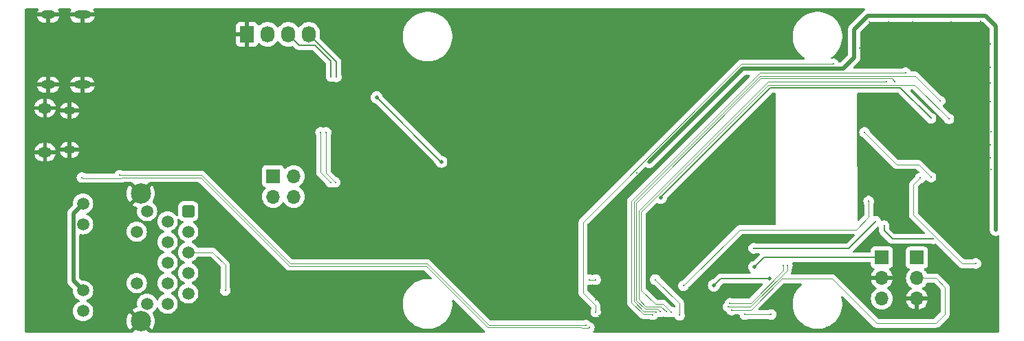
<source format=gbr>
%TF.GenerationSoftware,KiCad,Pcbnew,8.0.4*%
%TF.CreationDate,2024-11-24T01:25:27+11:00*%
%TF.ProjectId,cm4-bare-minimum,636d342d-6261-4726-952d-6d696e696d75,V0.1*%
%TF.SameCoordinates,Original*%
%TF.FileFunction,Copper,L2,Bot*%
%TF.FilePolarity,Positive*%
%FSLAX46Y46*%
G04 Gerber Fmt 4.6, Leading zero omitted, Abs format (unit mm)*
G04 Created by KiCad (PCBNEW 8.0.4) date 2024-11-24 01:25:27*
%MOMM*%
%LPD*%
G01*
G04 APERTURE LIST*
G04 Aperture macros list*
%AMRoundRect*
0 Rectangle with rounded corners*
0 $1 Rounding radius*
0 $2 $3 $4 $5 $6 $7 $8 $9 X,Y pos of 4 corners*
0 Add a 4 corners polygon primitive as box body*
4,1,4,$2,$3,$4,$5,$6,$7,$8,$9,$2,$3,0*
0 Add four circle primitives for the rounded corners*
1,1,$1+$1,$2,$3*
1,1,$1+$1,$4,$5*
1,1,$1+$1,$6,$7*
1,1,$1+$1,$8,$9*
0 Add four rect primitives between the rounded corners*
20,1,$1+$1,$2,$3,$4,$5,0*
20,1,$1+$1,$4,$5,$6,$7,0*
20,1,$1+$1,$6,$7,$8,$9,0*
20,1,$1+$1,$8,$9,$2,$3,0*%
G04 Aperture macros list end*
%TA.AperFunction,ComponentPad*%
%ADD10RoundRect,0.250500X-0.499500X0.499500X-0.499500X-0.499500X0.499500X-0.499500X0.499500X0.499500X0*%
%TD*%
%TA.AperFunction,ComponentPad*%
%ADD11C,1.500000*%
%TD*%
%TA.AperFunction,ComponentPad*%
%ADD12C,2.500000*%
%TD*%
%TA.AperFunction,ComponentPad*%
%ADD13R,1.730000X2.030000*%
%TD*%
%TA.AperFunction,ComponentPad*%
%ADD14O,1.730000X2.030000*%
%TD*%
%TA.AperFunction,ComponentPad*%
%ADD15R,1.700000X1.700000*%
%TD*%
%TA.AperFunction,ComponentPad*%
%ADD16O,1.700000X1.700000*%
%TD*%
%TA.AperFunction,ComponentPad*%
%ADD17O,2.100000X1.000000*%
%TD*%
%TA.AperFunction,ComponentPad*%
%ADD18O,1.800000X1.000000*%
%TD*%
%TA.AperFunction,ComponentPad*%
%ADD19O,1.700000X1.300000*%
%TD*%
%TA.AperFunction,ComponentPad*%
%ADD20O,1.400000X1.000000*%
%TD*%
%TA.AperFunction,ViaPad*%
%ADD21C,0.300000*%
%TD*%
%TA.AperFunction,ViaPad*%
%ADD22C,0.500000*%
%TD*%
%TA.AperFunction,Conductor*%
%ADD23C,0.200000*%
%TD*%
%TA.AperFunction,Conductor*%
%ADD24C,0.500000*%
%TD*%
%TA.AperFunction,Conductor*%
%ADD25C,0.100000*%
%TD*%
G04 APERTURE END LIST*
D10*
%TO.P,U5,1,TRD0+*%
%TO.N,/TRD0_P*%
X60127500Y-75010000D03*
D11*
%TO.P,U5,2,TRD0-*%
%TO.N,/TRD0_N*%
X57587500Y-76280000D03*
%TO.P,U5,3,TRD1+*%
%TO.N,/TRD1_P*%
X60127500Y-77550000D03*
%TO.P,U5,4,CT*%
%TO.N,Net-(C4-Pad1)*%
X57587500Y-78820000D03*
%TO.P,U5,5,CT*%
X60127500Y-80090000D03*
%TO.P,U5,6,TRD1-*%
%TO.N,/TRD1_N*%
X57587500Y-81360000D03*
%TO.P,U5,7,TRD2+*%
%TO.N,/TRD2_P*%
X60127500Y-82630000D03*
%TO.P,U5,8,TRD2-*%
%TO.N,/TRD2_N*%
X57587500Y-83900000D03*
%TO.P,U5,9,TRD3+*%
%TO.N,/TRD3_P*%
X60127500Y-85170000D03*
%TO.P,U5,10,TRD3-*%
%TO.N,/TRD3_N*%
X57587500Y-86440000D03*
%TO.P,U5,11,VC1*%
%TO.N,/TR0_TAP*%
X55067500Y-75010000D03*
%TO.P,U5,12,VC2*%
%TO.N,/TR1_TAP*%
X53797500Y-77550000D03*
%TO.P,U5,13,VC3*%
%TO.N,/TR2_TAP*%
X53797500Y-83900000D03*
%TO.P,U5,14,VC4*%
%TO.N,/TR3_TAP*%
X55067500Y-86440000D03*
%TO.P,U5,15,LEDG_A*%
%TO.N,/CM4_3V3*%
X47177500Y-74095000D03*
%TO.P,U5,16,LEDG_K*%
%TO.N,Net-(U5-LEDG_K)*%
X47177500Y-76635000D03*
%TO.P,U5,17,LEDY_A*%
%TO.N,/CM4_3V3*%
X47177500Y-84815000D03*
%TO.P,U5,18,LEDY_K*%
%TO.N,Net-(U5-LEDY_K)*%
X47177500Y-87355000D03*
D12*
%TO.P,U5,19,SHIELD*%
%TO.N,GND*%
X54287500Y-72850000D03*
%TO.P,U5,20,SHIELD*%
X54287500Y-88600000D03*
%TD*%
D13*
%TO.P,J1,1,Pin_1*%
%TO.N,GND*%
X67355000Y-53200000D03*
D14*
%TO.P,J1,2,Pin_2*%
%TO.N,/CM4_5V*%
X69895000Y-53200000D03*
%TO.P,J1,3,Pin_3*%
%TO.N,Net-(J1-Pin_3)*%
X72435000Y-53200000D03*
%TO.P,J1,4,Pin_4*%
%TO.N,Net-(J1-Pin_4)*%
X74975000Y-53200000D03*
%TD*%
D15*
%TO.P,J5,1,Pin_1*%
%TO.N,/Global_EN*%
X145525000Y-80725000D03*
D16*
%TO.P,J5,2,Pin_2*%
%TO.N,GND*%
X145525000Y-83265000D03*
%TO.P,J5,3,Pin_3*%
%TO.N,/RUN_PG*%
X145525000Y-85805000D03*
%TD*%
D17*
%TO.P,J4,SH1,SHELL_GND*%
%TO.N,GND*%
X47080000Y-50775000D03*
%TO.P,J4,SH2,SHELL_GND__1*%
X47080000Y-59415000D03*
D18*
%TO.P,J4,SH3,SHELL_GND__2*%
X42900000Y-50775000D03*
%TO.P,J4,SH4,SHELL_GND__3*%
X42900000Y-59415000D03*
%TD*%
D15*
%TO.P,J7,1,Pin_1*%
%TO.N,/TR1_TAP*%
X70575000Y-70700000D03*
D16*
%TO.P,J7,2,Pin_2*%
%TO.N,/TR2_TAP*%
X73115000Y-70700000D03*
%TO.P,J7,3,Pin_3*%
%TO.N,/TR0_TAP*%
X70575000Y-73240000D03*
%TO.P,J7,4,Pin_4*%
%TO.N,/TR3_TAP*%
X73115000Y-73240000D03*
%TD*%
D19*
%TO.P,J2,6,Shield*%
%TO.N,GND*%
X42500000Y-62300000D03*
D20*
X45530000Y-62600000D03*
X45530000Y-67450000D03*
D19*
X42500000Y-67750000D03*
%TD*%
D15*
%TO.P,J6,1,Pin_1*%
%TO.N,Net-(J6-Pin_1)*%
X149850000Y-80750000D03*
D16*
%TO.P,J6,2,Pin_2*%
%TO.N,/nRPIBOOT*%
X149850000Y-83290000D03*
%TO.P,J6,3,Pin_3*%
%TO.N,GND*%
X149850000Y-85830000D03*
%TD*%
D21*
%TO.N,GND*%
X101425000Y-67775000D03*
X111525000Y-86925000D03*
X118200000Y-69150000D03*
X107500001Y-54024721D03*
X113050000Y-86900000D03*
X94175000Y-70325000D03*
X109900001Y-54024721D03*
X117099999Y-54024721D03*
X113400000Y-70250000D03*
X118299999Y-52005279D03*
X117875000Y-89425000D03*
X82200000Y-70150000D03*
X111425000Y-70250000D03*
X108700001Y-54024721D03*
X117100001Y-52005279D03*
X158950000Y-69900000D03*
X95650000Y-62425000D03*
X123325000Y-73875000D03*
X120275000Y-89325000D03*
X62300000Y-54975000D03*
X123099999Y-52005278D03*
X106075000Y-85400000D03*
X121475000Y-81000000D03*
X60750000Y-56775000D03*
X120925000Y-71725000D03*
X123950000Y-75450000D03*
X108699999Y-52005279D03*
X78375000Y-64650000D03*
X106750000Y-68025000D03*
X158875000Y-61500000D03*
D22*
X46775000Y-66325000D03*
D21*
X54925000Y-53400000D03*
X119275000Y-73475000D03*
X121900001Y-54024721D03*
X62675000Y-66400000D03*
X158850000Y-68425000D03*
X58775000Y-53325000D03*
X158925000Y-65250000D03*
X120700000Y-75000000D03*
X125499999Y-52005278D03*
X123100001Y-54024721D03*
X99400000Y-64475000D03*
X144000000Y-51650000D03*
X120699874Y-52025000D03*
X92725000Y-64825000D03*
X116225000Y-68075000D03*
X115400000Y-70325000D03*
X142750000Y-54900000D03*
X110299999Y-85925279D03*
X158875000Y-57225000D03*
X113499999Y-52005279D03*
X59025000Y-56775000D03*
X113499999Y-54024722D03*
X75725000Y-70875000D03*
X121475000Y-79475000D03*
X99575000Y-85325000D03*
X121475000Y-78200000D03*
X116675000Y-89300000D03*
X146925000Y-69975000D03*
X148925000Y-76575000D03*
X66525000Y-66025000D03*
X107500001Y-52005279D03*
X158850000Y-54375000D03*
X102250000Y-85400000D03*
X119499999Y-52005279D03*
X44750000Y-54700000D03*
X149350000Y-51700000D03*
X86925000Y-66125000D03*
X78300000Y-66125000D03*
X107500000Y-56575000D03*
X105675000Y-58525000D03*
X90250000Y-66075000D03*
X116550000Y-70850000D03*
X112925000Y-84500000D03*
X104275000Y-67975000D03*
X44650000Y-52150000D03*
X76350000Y-71950000D03*
X109525000Y-86925000D03*
X108699999Y-85925279D03*
X98125000Y-85225000D03*
X114450000Y-67875000D03*
X100975000Y-56975000D03*
X79425000Y-71175000D03*
X120700001Y-54024721D03*
X109899999Y-52005279D03*
X55475000Y-64100000D03*
X86750000Y-70225000D03*
X96975000Y-70300000D03*
X59775000Y-66400000D03*
X80550000Y-66125000D03*
X154075000Y-51675000D03*
X115896757Y-52010570D03*
X121425000Y-76750000D03*
X103700000Y-54650000D03*
X125950000Y-84625000D03*
X124303210Y-52010518D03*
D22*
X47400000Y-64950000D03*
D21*
X112699999Y-87944721D03*
X112300001Y-52005279D03*
X110699999Y-87944721D03*
X107500001Y-87944721D03*
X121725000Y-72400000D03*
X62300000Y-56775000D03*
X75650000Y-69700000D03*
X98700000Y-88200000D03*
X56700000Y-53325000D03*
X150300000Y-67450000D03*
X124300001Y-54024721D03*
X111100001Y-54024722D03*
X158900000Y-59200000D03*
X146350000Y-51650000D03*
X123950000Y-78600000D03*
X91850000Y-70225000D03*
X119825000Y-84175000D03*
X125500001Y-54024722D03*
X106292703Y-87957460D03*
D22*
X54275000Y-66250000D03*
D21*
X100725000Y-63050000D03*
X96975000Y-60825000D03*
X78375000Y-72375000D03*
X152175000Y-74625000D03*
X119150000Y-84000000D03*
X101500000Y-70250000D03*
X111100001Y-52005279D03*
X102800000Y-88200000D03*
X157675000Y-51550000D03*
X114700001Y-87944721D03*
X100650000Y-88200000D03*
X112299999Y-54024721D03*
X71825000Y-66500000D03*
X84125000Y-66000000D03*
X44625000Y-57750000D03*
X119500001Y-54024721D03*
X55200000Y-56800000D03*
X114699999Y-52005279D03*
X108695244Y-87937031D03*
X111400000Y-67975000D03*
X84650000Y-70200000D03*
X99450000Y-58475000D03*
X98575000Y-67675000D03*
X117550000Y-84500000D03*
X116675000Y-84525000D03*
X121475000Y-82125000D03*
X102475000Y-61200000D03*
X99200000Y-70200000D03*
X80675000Y-70325000D03*
X109175000Y-68025000D03*
X100875000Y-85350000D03*
X109300000Y-70200000D03*
X69050000Y-66225000D03*
X96175000Y-67800000D03*
X107499999Y-85925279D03*
X104750000Y-70275000D03*
X74600000Y-66300000D03*
X98050000Y-65775000D03*
X119125000Y-89300000D03*
X149025000Y-67250000D03*
X121899999Y-52005279D03*
X89150000Y-70275000D03*
X118300001Y-54024721D03*
X113750000Y-84550000D03*
X149875000Y-70150000D03*
X57250000Y-56800000D03*
X44725000Y-53375000D03*
X60650000Y-53525000D03*
X44725000Y-56075000D03*
X107125000Y-70175000D03*
X57050000Y-65850000D03*
X104225000Y-59750000D03*
X142925000Y-52950000D03*
X123875000Y-80125000D03*
X158875000Y-66800000D03*
D22*
%TO.N,/RUN_PG*%
X124872500Y-84172500D03*
X131725000Y-83325000D03*
D21*
%TO.N,/CM4_3V3*%
X159575000Y-71500000D03*
D22*
X140725000Y-57450000D03*
X91275000Y-68925000D03*
X83325000Y-61000000D03*
D21*
X159575000Y-70900000D03*
D22*
X116875000Y-68950000D03*
D21*
X151829657Y-78445343D03*
X159575000Y-76750000D03*
X159575000Y-77304999D03*
X145800000Y-76800000D03*
%TO.N,/SD_DAT1*%
X118975000Y-87425000D03*
X146075000Y-59050000D03*
%TO.N,/SD_CLK*%
X117325643Y-87798327D03*
X148450000Y-57950000D03*
%TO.N,/SD_DAT0*%
X118234481Y-87440519D03*
X147150000Y-59050000D03*
%TO.N,/SD_DAT2*%
X153775000Y-63625000D03*
X119570343Y-87454657D03*
%TO.N,/SD_CMD*%
X151575000Y-63550000D03*
D22*
X118325000Y-73375000D03*
D21*
%TO.N,/SD_DAT3*%
X152700000Y-61400000D03*
X117722653Y-87494377D03*
%TO.N,Net-(C4-Pad1)*%
X64700000Y-84800000D03*
D22*
%TO.N,/Global_EN*%
X129825000Y-81925000D03*
D21*
%TO.N,/BT_nDisable*%
X126590276Y-86816483D03*
X133900003Y-81725000D03*
%TO.N,/nRPIBOOT*%
X127025000Y-87225000D03*
%TO.N,/nPI_LED_PWR*%
X131905699Y-87769301D03*
X128669301Y-87769301D03*
%TO.N,/WiFi_nDisable*%
X133400000Y-81725000D03*
X126825000Y-86375000D03*
%TO.N,/SD_PWR_ON*%
X144775000Y-76275000D03*
X129750000Y-79600000D03*
%TO.N,/Reserved*%
X121112500Y-84212500D03*
X143900000Y-73775000D03*
%TO.N,/SCL0*%
X77100000Y-65300000D03*
X78237199Y-71462570D03*
%TO.N,/SD_VDD_Override*%
X120634139Y-87864846D03*
X117625000Y-83475000D03*
X109500000Y-83475000D03*
X110300000Y-83475000D03*
%TO.N,/SDA0*%
X77667775Y-71458832D03*
X76425000Y-65300000D03*
%TO.N,Net-(J1-Pin_4)*%
X78375000Y-58450000D03*
%TO.N,Net-(J1-Pin_3)*%
X77725000Y-58425000D03*
%TO.N,/ETH_LEDG*%
X109506869Y-89365620D03*
X47050000Y-70875000D03*
%TO.N,/ETH_LEDY*%
X109100000Y-89075000D03*
X51700000Y-70575000D03*
%TO.N,Net-(R10-Pad2)*%
X157100000Y-81475000D03*
X150250000Y-70925000D03*
%TO.N,/PI_nLED_Activity*%
X110300000Y-87450000D03*
X151575000Y-70800000D03*
X139575000Y-56850000D03*
X143400000Y-65300000D03*
%TD*%
D23*
%TO.N,/RUN_PG*%
X131725000Y-83325000D02*
X125720000Y-83325000D01*
X125720000Y-83325000D02*
X124872500Y-84172500D01*
D24*
%TO.N,/CM4_3V3*%
X159575000Y-71500000D02*
X159575000Y-76750000D01*
X159575000Y-76750000D02*
X159575000Y-77304999D01*
D23*
X145800000Y-76800000D02*
X145800000Y-77425000D01*
D24*
X45977500Y-83615000D02*
X47177500Y-84815000D01*
X142125000Y-56050000D02*
X142125000Y-52575000D01*
X128375000Y-57450000D02*
X140725000Y-57450000D01*
X143800000Y-50900000D02*
X158325000Y-50900000D01*
D23*
X83325000Y-61000000D02*
X91250000Y-68925000D01*
D24*
X142125000Y-52575000D02*
X143800000Y-50900000D01*
X159575000Y-52150000D02*
X159575000Y-70900000D01*
D23*
X145800000Y-77425000D02*
X146820343Y-78445343D01*
D24*
X47177500Y-74095000D02*
X45977500Y-75295000D01*
X159575000Y-70900000D02*
X159575000Y-71500000D01*
X140725000Y-57450000D02*
X142125000Y-56050000D01*
D23*
X91250000Y-68925000D02*
X91275000Y-68925000D01*
D24*
X158325000Y-50900000D02*
X159575000Y-52150000D01*
D23*
X146820343Y-78445343D02*
X151829657Y-78445343D01*
D24*
X45977500Y-75295000D02*
X45977500Y-83615000D01*
X116875000Y-68950000D02*
X128375000Y-57450000D01*
D25*
%TO.N,/SD_DAT1*%
X118344377Y-86794377D02*
X117432703Y-86794377D01*
X116496119Y-86798327D02*
X115600001Y-85902209D01*
X117432703Y-86794377D02*
X117428753Y-86798327D01*
X115600000Y-74968629D02*
X131518629Y-59050000D01*
X117428753Y-86798327D02*
X116496119Y-86798327D01*
X115600000Y-74968629D02*
X115600001Y-85902209D01*
X118975000Y-87425000D02*
X118344377Y-86794377D01*
X131518629Y-59050000D02*
X146075000Y-59050000D01*
%TO.N,/SD_CLK*%
X114700001Y-86275001D02*
X114700001Y-73735785D01*
X117302316Y-87775000D02*
X116200000Y-87775000D01*
X116200000Y-87775000D02*
X114700001Y-86275001D01*
X114700001Y-73735785D02*
X130485786Y-57950000D01*
X130485786Y-57950000D02*
X148450000Y-57950000D01*
X117325643Y-87798327D02*
X117302316Y-87775000D01*
%TO.N,/SD_DAT0*%
X116371855Y-87098327D02*
X115300001Y-86026473D01*
X117556967Y-87094377D02*
X117553017Y-87098327D01*
X146750000Y-58650000D02*
X147150000Y-59050000D01*
X117553017Y-87098327D02*
X116371855Y-87098327D01*
X115300000Y-73984314D02*
X130634314Y-58650000D01*
X115300000Y-73984314D02*
X115300001Y-86026473D01*
X118234481Y-87440519D02*
X117888339Y-87094377D01*
X117888339Y-87094377D02*
X117556967Y-87094377D01*
X130634314Y-58650000D02*
X146750000Y-58650000D01*
%TO.N,/SD_DAT2*%
X115900000Y-84769377D02*
X115900000Y-75092893D01*
X117625000Y-86494377D02*
X115900000Y-84769377D01*
X131542893Y-59450000D02*
X149600000Y-59450000D01*
X115900000Y-75092893D02*
X131542893Y-59450000D01*
X149600000Y-59450000D02*
X153775000Y-63625000D01*
X119570343Y-87454657D02*
X118610063Y-86494377D01*
X118610063Y-86494377D02*
X117625000Y-86494377D01*
D23*
%TO.N,/SD_CMD*%
X118325000Y-73375000D02*
X118325000Y-73263603D01*
X118325000Y-73263603D02*
X131788603Y-59800000D01*
X131788603Y-59800000D02*
X147825000Y-59800000D01*
X147825000Y-59800000D02*
X151575000Y-63550000D01*
D25*
%TO.N,/SD_DAT3*%
X149650000Y-58350000D02*
X152700000Y-61400000D01*
X115000001Y-73860049D02*
X130510050Y-58350000D01*
X117722653Y-87494377D02*
X117626603Y-87398327D01*
X117626603Y-87398327D02*
X116247591Y-87398327D01*
X116247591Y-87398327D02*
X115000001Y-86150737D01*
X115000001Y-86150737D02*
X115000001Y-73860049D01*
X130510050Y-58350000D02*
X149650000Y-58350000D01*
%TO.N,Net-(C4-Pad1)*%
X63140000Y-80090000D02*
X60127500Y-80090000D01*
X64700000Y-81650000D02*
X63140000Y-80090000D01*
X64700000Y-84800000D02*
X64700000Y-81650000D01*
D23*
%TO.N,/Global_EN*%
X129825000Y-81925000D02*
X131025000Y-80725000D01*
X131025000Y-80725000D02*
X145525000Y-80725000D01*
D25*
%TO.N,/BT_nDisable*%
X126590276Y-86816483D02*
X129364888Y-86816483D01*
X129364888Y-86816483D02*
X133900003Y-82281368D01*
X133900003Y-82281368D02*
X133900003Y-81725000D01*
%TO.N,/nRPIBOOT*%
X127025000Y-87225000D02*
X129380635Y-87225000D01*
X153325000Y-84400000D02*
X152215000Y-83290000D01*
X152215000Y-83290000D02*
X149850000Y-83290000D01*
X144875000Y-88875000D02*
X152150000Y-88875000D01*
X133230635Y-83375000D02*
X139375000Y-83375000D01*
X152150000Y-88875000D02*
X153325000Y-87700000D01*
X153325000Y-87700000D02*
X153325000Y-84400000D01*
X129380635Y-87225000D02*
X133230635Y-83375000D01*
X139375000Y-83375000D02*
X144875000Y-88875000D01*
%TO.N,/nPI_LED_PWR*%
X128669301Y-87769301D02*
X131905699Y-87769301D01*
%TO.N,/WiFi_nDisable*%
X126825000Y-86375000D02*
X129382107Y-86375000D01*
X129382107Y-86375000D02*
X133400000Y-82357107D01*
X133400000Y-82357107D02*
X133400000Y-81725000D01*
D23*
%TO.N,/SD_PWR_ON*%
X129750000Y-79600000D02*
X141450000Y-79600000D01*
X141450000Y-79600000D02*
X144775000Y-76275000D01*
D25*
%TO.N,/Reserved*%
X143900000Y-75745712D02*
X142345712Y-77300000D01*
X142345712Y-77300000D02*
X128025000Y-77300000D01*
X143900000Y-73775000D02*
X143900000Y-75745712D01*
X128025000Y-77300000D02*
X121112500Y-84212500D01*
%TO.N,/SCL0*%
X77100000Y-70325371D02*
X78237199Y-71462570D01*
X77100000Y-65300000D02*
X77100000Y-70325371D01*
%TO.N,/SD_VDD_Override*%
X120634139Y-86425103D02*
X120634139Y-87864846D01*
X117684036Y-83475000D02*
X120634139Y-86425103D01*
X117625000Y-83475000D02*
X117684036Y-83475000D01*
X109500000Y-83475000D02*
X110300000Y-83475000D01*
%TO.N,/SDA0*%
X76425000Y-70216057D02*
X76425000Y-65300000D01*
X77667775Y-71458832D02*
X76425000Y-70216057D01*
D23*
%TO.N,Net-(J1-Pin_4)*%
X78375000Y-56600000D02*
X74975000Y-53200000D01*
X78375000Y-58450000D02*
X78375000Y-56600000D01*
%TO.N,Net-(J1-Pin_3)*%
X77725000Y-56515686D02*
X75734314Y-54525000D01*
X77725000Y-58425000D02*
X77725000Y-56515686D01*
X73760000Y-54525000D02*
X72435000Y-53200000D01*
X75734314Y-54525000D02*
X73760000Y-54525000D01*
D25*
%TO.N,/ETH_LEDG*%
X97025736Y-89375000D02*
X89450736Y-81800000D01*
X109506869Y-89365620D02*
X109397489Y-89475000D01*
X108500000Y-89375000D02*
X97025736Y-89375000D01*
X72575736Y-81800000D02*
X61650736Y-70875000D01*
X51965686Y-70875000D02*
X51865686Y-70975000D01*
X61650736Y-70875000D02*
X51965686Y-70875000D01*
X89450736Y-81800000D02*
X72575736Y-81800000D01*
X51865686Y-70975000D02*
X47150000Y-70975000D01*
X108600000Y-89475000D02*
X108500000Y-89375000D01*
X109397489Y-89475000D02*
X108600000Y-89475000D01*
X47150000Y-70975000D02*
X47050000Y-70875000D01*
%TO.N,/ETH_LEDY*%
X61775000Y-70575000D02*
X72700000Y-81500000D01*
X89575000Y-81500000D02*
X97150000Y-89075000D01*
X51700000Y-70575000D02*
X61775000Y-70575000D01*
X97150000Y-89075000D02*
X109100000Y-89075000D01*
X72700000Y-81500000D02*
X89575000Y-81500000D01*
%TO.N,Net-(R10-Pad2)*%
X155425000Y-81475000D02*
X149425000Y-75475000D01*
X149425000Y-75475000D02*
X149425000Y-71750000D01*
X149425000Y-71750000D02*
X150250000Y-70925000D01*
X157100000Y-81475000D02*
X155425000Y-81475000D01*
%TO.N,/PI_nLED_Activity*%
X151575000Y-70800000D02*
X150050000Y-69275000D01*
X147375000Y-69275000D02*
X143400000Y-65300000D01*
X128267893Y-56850000D02*
X139575000Y-56850000D01*
X150050000Y-69275000D02*
X147375000Y-69275000D01*
X108725000Y-76392893D02*
X128267893Y-56850000D01*
X110300000Y-86650000D02*
X108725000Y-85075000D01*
X108725000Y-85075000D02*
X108725000Y-76392893D01*
X110300000Y-87450000D02*
X110300000Y-86650000D01*
%TD*%
%TA.AperFunction,Conductor*%
%TO.N,GND*%
G36*
X41643183Y-50030185D02*
G01*
X41688938Y-50082989D01*
X41698882Y-50152147D01*
X41679246Y-50203391D01*
X41613814Y-50301315D01*
X41613807Y-50301328D01*
X41538430Y-50483307D01*
X41538430Y-50483309D01*
X41530138Y-50525000D01*
X42333012Y-50525000D01*
X42315795Y-50534940D01*
X42259940Y-50590795D01*
X42220444Y-50659204D01*
X42200000Y-50735504D01*
X42200000Y-50814496D01*
X42220444Y-50890796D01*
X42259940Y-50959205D01*
X42315795Y-51015060D01*
X42333012Y-51025000D01*
X41530138Y-51025000D01*
X41538430Y-51066690D01*
X41538430Y-51066692D01*
X41613807Y-51248671D01*
X41613814Y-51248684D01*
X41723248Y-51412462D01*
X41723251Y-51412466D01*
X41862533Y-51551748D01*
X41862537Y-51551751D01*
X42026315Y-51661185D01*
X42026328Y-51661192D01*
X42208306Y-51736569D01*
X42208318Y-51736572D01*
X42401504Y-51774999D01*
X42401508Y-51775000D01*
X42650000Y-51775000D01*
X42650000Y-51075000D01*
X43150000Y-51075000D01*
X43150000Y-51775000D01*
X43398492Y-51775000D01*
X43398495Y-51774999D01*
X43591681Y-51736572D01*
X43591693Y-51736569D01*
X43773671Y-51661192D01*
X43773684Y-51661185D01*
X43937462Y-51551751D01*
X43937466Y-51551748D01*
X44076748Y-51412466D01*
X44076751Y-51412462D01*
X44186185Y-51248684D01*
X44186192Y-51248671D01*
X44261569Y-51066692D01*
X44261569Y-51066690D01*
X44269862Y-51025000D01*
X43466988Y-51025000D01*
X43484205Y-51015060D01*
X43540060Y-50959205D01*
X43579556Y-50890796D01*
X43600000Y-50814496D01*
X43600000Y-50735504D01*
X43579556Y-50659204D01*
X43540060Y-50590795D01*
X43484205Y-50534940D01*
X43466988Y-50525000D01*
X44269862Y-50525000D01*
X44261569Y-50483309D01*
X44261569Y-50483307D01*
X44186192Y-50301328D01*
X44186185Y-50301315D01*
X44120754Y-50203391D01*
X44099876Y-50136714D01*
X44118360Y-50069333D01*
X44170339Y-50022643D01*
X44223856Y-50010500D01*
X45606144Y-50010500D01*
X45673183Y-50030185D01*
X45718938Y-50082989D01*
X45728882Y-50152147D01*
X45709246Y-50203391D01*
X45643814Y-50301315D01*
X45643807Y-50301328D01*
X45568430Y-50483307D01*
X45568430Y-50483309D01*
X45560138Y-50525000D01*
X46363012Y-50525000D01*
X46345795Y-50534940D01*
X46289940Y-50590795D01*
X46250444Y-50659204D01*
X46230000Y-50735504D01*
X46230000Y-50814496D01*
X46250444Y-50890796D01*
X46289940Y-50959205D01*
X46345795Y-51015060D01*
X46363012Y-51025000D01*
X45560138Y-51025000D01*
X45568430Y-51066690D01*
X45568430Y-51066692D01*
X45643807Y-51248671D01*
X45643814Y-51248684D01*
X45753248Y-51412462D01*
X45753251Y-51412466D01*
X45892533Y-51551748D01*
X45892537Y-51551751D01*
X46056315Y-51661185D01*
X46056328Y-51661192D01*
X46238306Y-51736569D01*
X46238318Y-51736572D01*
X46431504Y-51774999D01*
X46431508Y-51775000D01*
X46830000Y-51775000D01*
X46830000Y-51075000D01*
X47330000Y-51075000D01*
X47330000Y-51775000D01*
X47728492Y-51775000D01*
X47728495Y-51774999D01*
X47921681Y-51736572D01*
X47921693Y-51736569D01*
X48103671Y-51661192D01*
X48103684Y-51661185D01*
X48267462Y-51551751D01*
X48267466Y-51551748D01*
X48406748Y-51412466D01*
X48406751Y-51412462D01*
X48516185Y-51248684D01*
X48516192Y-51248671D01*
X48591569Y-51066692D01*
X48591569Y-51066690D01*
X48599862Y-51025000D01*
X47796988Y-51025000D01*
X47814205Y-51015060D01*
X47870060Y-50959205D01*
X47909556Y-50890796D01*
X47930000Y-50814496D01*
X47930000Y-50735504D01*
X47909556Y-50659204D01*
X47870060Y-50590795D01*
X47814205Y-50534940D01*
X47796988Y-50525000D01*
X48599862Y-50525000D01*
X48591569Y-50483309D01*
X48591569Y-50483307D01*
X48516192Y-50301328D01*
X48516185Y-50301315D01*
X48450754Y-50203391D01*
X48429876Y-50136714D01*
X48448360Y-50069333D01*
X48500339Y-50022643D01*
X48553856Y-50010500D01*
X143371594Y-50010500D01*
X143438633Y-50030185D01*
X143484388Y-50082989D01*
X143494332Y-50152147D01*
X143465307Y-50215703D01*
X143440483Y-50237603D01*
X143395269Y-50267813D01*
X143321588Y-50317044D01*
X143321580Y-50317050D01*
X141542048Y-52096583D01*
X141520645Y-52128616D01*
X141499384Y-52160437D01*
X141459919Y-52219499D01*
X141459912Y-52219511D01*
X141403343Y-52356082D01*
X141403340Y-52356092D01*
X141374500Y-52501079D01*
X141374500Y-55687770D01*
X141354815Y-55754809D01*
X141338181Y-55775451D01*
X140450451Y-56663181D01*
X140389128Y-56696666D01*
X140362770Y-56699500D01*
X140299224Y-56699500D01*
X140232185Y-56679815D01*
X140186430Y-56627011D01*
X140183282Y-56619471D01*
X140155220Y-56545477D01*
X140065483Y-56415470D01*
X139947240Y-56310717D01*
X139947238Y-56310716D01*
X139947237Y-56310715D01*
X139807365Y-56237303D01*
X139653986Y-56199500D01*
X139653985Y-56199500D01*
X139496015Y-56199500D01*
X139496014Y-56199500D01*
X139423615Y-56217344D01*
X139353813Y-56214274D01*
X139296751Y-56173954D01*
X139270546Y-56109185D01*
X139283519Y-56040530D01*
X139327970Y-55991953D01*
X139368013Y-55966792D01*
X139368012Y-55966792D01*
X139368018Y-55966789D01*
X139635893Y-55753166D01*
X139878166Y-55510893D01*
X140091789Y-55243018D01*
X140274076Y-54952910D01*
X140422736Y-54644215D01*
X140535897Y-54320817D01*
X140612139Y-53986783D01*
X140650500Y-53646312D01*
X140650500Y-53303688D01*
X140637713Y-53190197D01*
X140612141Y-52963231D01*
X140612140Y-52963226D01*
X140612139Y-52963217D01*
X140535897Y-52629183D01*
X140422736Y-52305785D01*
X140274076Y-51997090D01*
X140091789Y-51706982D01*
X139878166Y-51439107D01*
X139635893Y-51196834D01*
X139368018Y-50983211D01*
X139077910Y-50800924D01*
X139077907Y-50800922D01*
X138769216Y-50652264D01*
X138445818Y-50539103D01*
X138445816Y-50539102D01*
X138188024Y-50480262D01*
X138111783Y-50462861D01*
X138111780Y-50462860D01*
X138111768Y-50462858D01*
X137771318Y-50424500D01*
X137771312Y-50424500D01*
X137428688Y-50424500D01*
X137428681Y-50424500D01*
X137088231Y-50462858D01*
X137088217Y-50462861D01*
X136754183Y-50539102D01*
X136754181Y-50539103D01*
X136430783Y-50652264D01*
X136122092Y-50800922D01*
X135831983Y-50983210D01*
X135564107Y-51196833D01*
X135321833Y-51439107D01*
X135108210Y-51706983D01*
X134925922Y-51997092D01*
X134777264Y-52305783D01*
X134664103Y-52629181D01*
X134664102Y-52629183D01*
X134587861Y-52963217D01*
X134587858Y-52963231D01*
X134549500Y-53303681D01*
X134549500Y-53646318D01*
X134587858Y-53986768D01*
X134587860Y-53986780D01*
X134587861Y-53986783D01*
X134595564Y-54020532D01*
X134664102Y-54320816D01*
X134664103Y-54320818D01*
X134777264Y-54644216D01*
X134925922Y-54952907D01*
X134925924Y-54952910D01*
X135108211Y-55243018D01*
X135321834Y-55510893D01*
X135564107Y-55753166D01*
X135831982Y-55966789D01*
X135997047Y-56070506D01*
X136043338Y-56122841D01*
X136053986Y-56191894D01*
X136025611Y-56255743D01*
X135967222Y-56294115D01*
X135931075Y-56299500D01*
X128195418Y-56299500D01*
X128090410Y-56327637D01*
X128055407Y-56337016D01*
X127929879Y-56409489D01*
X127929876Y-56409491D01*
X108284491Y-76054876D01*
X108284487Y-76054881D01*
X108220936Y-76164957D01*
X108212018Y-76180403D01*
X108212016Y-76180406D01*
X108205247Y-76205670D01*
X108174500Y-76320418D01*
X108174500Y-85147475D01*
X108197827Y-85234530D01*
X108197826Y-85234530D01*
X108212015Y-85287483D01*
X108212016Y-85287485D01*
X108270034Y-85387977D01*
X108284489Y-85413013D01*
X108284491Y-85413016D01*
X109713181Y-86841706D01*
X109746666Y-86903029D01*
X109749500Y-86929387D01*
X109749500Y-87063780D01*
X109729815Y-87130819D01*
X109727552Y-87134217D01*
X109719780Y-87145476D01*
X109663762Y-87293181D01*
X109644722Y-87449999D01*
X109644722Y-87450000D01*
X109663762Y-87606818D01*
X109718065Y-87750000D01*
X109719780Y-87754523D01*
X109809517Y-87884530D01*
X109927760Y-87989283D01*
X109927762Y-87989284D01*
X110067634Y-88062696D01*
X110221014Y-88100500D01*
X110221015Y-88100500D01*
X110378985Y-88100500D01*
X110532365Y-88062696D01*
X110579998Y-88037696D01*
X110672240Y-87989283D01*
X110790483Y-87884530D01*
X110880220Y-87754523D01*
X110936237Y-87606818D01*
X110955278Y-87450000D01*
X110939593Y-87320817D01*
X110936237Y-87293181D01*
X110902641Y-87204597D01*
X110880220Y-87145477D01*
X110872448Y-87134217D01*
X110850567Y-87067862D01*
X110850500Y-87063780D01*
X110850500Y-86577527D01*
X110850500Y-86577525D01*
X110812984Y-86437515D01*
X110810743Y-86433634D01*
X110805918Y-86425276D01*
X110805917Y-86425273D01*
X110740514Y-86311991D01*
X110740508Y-86311983D01*
X109311819Y-84883294D01*
X109278334Y-84821971D01*
X109275500Y-84795613D01*
X109275500Y-84247798D01*
X109295185Y-84180759D01*
X109347989Y-84135004D01*
X109414450Y-84124703D01*
X109421012Y-84125500D01*
X109421015Y-84125500D01*
X109578985Y-84125500D01*
X109732365Y-84087696D01*
X109823805Y-84039703D01*
X109881431Y-84025500D01*
X109918569Y-84025500D01*
X109976194Y-84039703D01*
X110067635Y-84087696D01*
X110090859Y-84093420D01*
X110221014Y-84125500D01*
X110221015Y-84125500D01*
X110378985Y-84125500D01*
X110532365Y-84087696D01*
X110571517Y-84067147D01*
X110672240Y-84014283D01*
X110790483Y-83909530D01*
X110880220Y-83779523D01*
X110936237Y-83631818D01*
X110955278Y-83475000D01*
X110952486Y-83452001D01*
X110936237Y-83318181D01*
X110913276Y-83257638D01*
X110880220Y-83170477D01*
X110790483Y-83040470D01*
X110672240Y-82935717D01*
X110672238Y-82935716D01*
X110672237Y-82935715D01*
X110532365Y-82862303D01*
X110378986Y-82824500D01*
X110378985Y-82824500D01*
X110221015Y-82824500D01*
X110221014Y-82824500D01*
X110067636Y-82862303D01*
X110021763Y-82886379D01*
X109976194Y-82910296D01*
X109918569Y-82924500D01*
X109881431Y-82924500D01*
X109823805Y-82910296D01*
X109732365Y-82862304D01*
X109732364Y-82862303D01*
X109732363Y-82862303D01*
X109578986Y-82824500D01*
X109578985Y-82824500D01*
X109421015Y-82824500D01*
X109414440Y-82825298D01*
X109345517Y-82813834D01*
X109293734Y-82766927D01*
X109275500Y-82702201D01*
X109275500Y-76672280D01*
X109295185Y-76605241D01*
X109311819Y-76584599D01*
X112798482Y-73097936D01*
X116304606Y-69591811D01*
X116365927Y-69558328D01*
X116435619Y-69563312D01*
X116458250Y-69574496D01*
X116465322Y-69578939D01*
X116468238Y-69580828D01*
X116519506Y-69615084D01*
X116519638Y-69615138D01*
X116538163Y-69624708D01*
X116547310Y-69630456D01*
X116604028Y-69650301D01*
X116610464Y-69652759D01*
X116656088Y-69671658D01*
X116664866Y-69673404D01*
X116668339Y-69674095D01*
X116685104Y-69678672D01*
X116689611Y-69680249D01*
X116706941Y-69686313D01*
X116754404Y-69691660D01*
X116764693Y-69693261D01*
X116801079Y-69700500D01*
X116801083Y-69700500D01*
X116825890Y-69700500D01*
X116839774Y-69701280D01*
X116874998Y-69705249D01*
X116875000Y-69705249D01*
X116875002Y-69705249D01*
X116910226Y-69701280D01*
X116924110Y-69700500D01*
X116948912Y-69700500D01*
X116948917Y-69700500D01*
X116985320Y-69693257D01*
X116995590Y-69691660D01*
X117043059Y-69686313D01*
X117064906Y-69678667D01*
X117081664Y-69674093D01*
X117093912Y-69671658D01*
X117139547Y-69652753D01*
X117145987Y-69650295D01*
X117202690Y-69630456D01*
X117211838Y-69624706D01*
X117230355Y-69615141D01*
X117230494Y-69615084D01*
X117281799Y-69580802D01*
X117284617Y-69578976D01*
X117345890Y-69540477D01*
X117346335Y-69540031D01*
X117346349Y-69540021D01*
X117346348Y-69540020D01*
X128649549Y-58236819D01*
X128710872Y-58203334D01*
X128737230Y-58200500D01*
X129157399Y-58200500D01*
X129224438Y-58220185D01*
X129270193Y-58272989D01*
X129280137Y-58342147D01*
X129251112Y-58405703D01*
X129245080Y-58412181D01*
X114259492Y-73397768D01*
X114259490Y-73397771D01*
X114231311Y-73446579D01*
X114214665Y-73475413D01*
X114203133Y-73495387D01*
X114203131Y-73495389D01*
X114187019Y-73523294D01*
X114187018Y-73523295D01*
X114172461Y-73577622D01*
X114149501Y-73663310D01*
X114149501Y-86347476D01*
X114176296Y-86447474D01*
X114187017Y-86487486D01*
X114259491Y-86613016D01*
X115861985Y-88215510D01*
X115977644Y-88282285D01*
X115987515Y-88287984D01*
X116127525Y-88325500D01*
X116127526Y-88325500D01*
X116272474Y-88325500D01*
X116899766Y-88325500D01*
X116957392Y-88339704D01*
X117093277Y-88411023D01*
X117246657Y-88448827D01*
X117246658Y-88448827D01*
X117404628Y-88448827D01*
X117558008Y-88411023D01*
X117571143Y-88404129D01*
X117697883Y-88337610D01*
X117816126Y-88232857D01*
X117865559Y-88161238D01*
X117919840Y-88117249D01*
X117937931Y-88111284D01*
X117955018Y-88107073D01*
X117998253Y-88084380D01*
X118066760Y-88070655D01*
X118085551Y-88073779D01*
X118155496Y-88091019D01*
X118313466Y-88091019D01*
X118466846Y-88053215D01*
X118561899Y-88003327D01*
X118630407Y-87989601D01*
X118677150Y-88003326D01*
X118742635Y-88037696D01*
X118896015Y-88075500D01*
X119053985Y-88075500D01*
X119207365Y-88037696D01*
X119207366Y-88037694D01*
X119212130Y-88036521D01*
X119281932Y-88039590D01*
X119299430Y-88047121D01*
X119337978Y-88067353D01*
X119400362Y-88082729D01*
X119491357Y-88105157D01*
X119491358Y-88105157D01*
X119649328Y-88105157D01*
X119802708Y-88067353D01*
X119856015Y-88039374D01*
X119924522Y-88025649D01*
X119989576Y-88051141D01*
X120029582Y-88105199D01*
X120053919Y-88169369D01*
X120143656Y-88299376D01*
X120261899Y-88404129D01*
X120261901Y-88404130D01*
X120401773Y-88477542D01*
X120555153Y-88515346D01*
X120555154Y-88515346D01*
X120713124Y-88515346D01*
X120866504Y-88477542D01*
X120934028Y-88442102D01*
X121006379Y-88404129D01*
X121124622Y-88299376D01*
X121214359Y-88169369D01*
X121270376Y-88021664D01*
X121289417Y-87864846D01*
X121286121Y-87837696D01*
X121270376Y-87708027D01*
X121236830Y-87619575D01*
X121214359Y-87560323D01*
X121206587Y-87549063D01*
X121184706Y-87482708D01*
X121184639Y-87478626D01*
X121184639Y-86352630D01*
X121184639Y-86352628D01*
X121147123Y-86212618D01*
X121118196Y-86162515D01*
X121118196Y-86162514D01*
X121074653Y-86087095D01*
X121074647Y-86087087D01*
X118252868Y-83265308D01*
X118224606Y-83221596D01*
X118216103Y-83199174D01*
X118205220Y-83170477D01*
X118115483Y-83040470D01*
X117997240Y-82935717D01*
X117997238Y-82935716D01*
X117997237Y-82935715D01*
X117857365Y-82862303D01*
X117703986Y-82824500D01*
X117703985Y-82824500D01*
X117546015Y-82824500D01*
X117546014Y-82824500D01*
X117392634Y-82862303D01*
X117252762Y-82935715D01*
X117134516Y-83040471D01*
X117044781Y-83170475D01*
X117044780Y-83170476D01*
X116988762Y-83318181D01*
X116969722Y-83474999D01*
X116969722Y-83475000D01*
X116988762Y-83631818D01*
X117034973Y-83753664D01*
X117044780Y-83779523D01*
X117134517Y-83909530D01*
X117252760Y-84014283D01*
X117252762Y-84014284D01*
X117392634Y-84087696D01*
X117392633Y-84087696D01*
X117504241Y-84115204D01*
X117515500Y-84117979D01*
X117525717Y-84120497D01*
X117583724Y-84153213D01*
X118818490Y-85387979D01*
X120047320Y-86616808D01*
X120080805Y-86678131D01*
X120083639Y-86704489D01*
X120083639Y-86784284D01*
X120063954Y-86851323D01*
X120011150Y-86897078D01*
X119941992Y-86907022D01*
X119902013Y-86894080D01*
X119802710Y-86841961D01*
X119747969Y-86828469D01*
X119689964Y-86795753D01*
X118948079Y-86053868D01*
X118948078Y-86053867D01*
X118822548Y-85981393D01*
X118822549Y-85981393D01*
X118720313Y-85953999D01*
X118720313Y-85953998D01*
X118682538Y-85943877D01*
X117904387Y-85943877D01*
X117837348Y-85924192D01*
X117816706Y-85907558D01*
X116486819Y-84577671D01*
X116453334Y-84516348D01*
X116450500Y-84489990D01*
X116450500Y-75372279D01*
X116470185Y-75305240D01*
X116486814Y-75284603D01*
X117754606Y-74016810D01*
X117815927Y-73983327D01*
X117885619Y-73988311D01*
X117908253Y-73999497D01*
X117935809Y-74016812D01*
X117997306Y-74055454D01*
X117997307Y-74055454D01*
X117997310Y-74055456D01*
X118098249Y-74090776D01*
X118156943Y-74111314D01*
X118324997Y-74130249D01*
X118325000Y-74130249D01*
X118325003Y-74130249D01*
X118493056Y-74111314D01*
X118493059Y-74111313D01*
X118652690Y-74055456D01*
X118652692Y-74055454D01*
X118652694Y-74055454D01*
X118652697Y-74055452D01*
X118795884Y-73965481D01*
X118795885Y-73965480D01*
X118795890Y-73965477D01*
X118915477Y-73845890D01*
X118920075Y-73838573D01*
X119005452Y-73702697D01*
X119005454Y-73702694D01*
X119005454Y-73702692D01*
X119005456Y-73702690D01*
X119061313Y-73543059D01*
X119061313Y-73543057D01*
X119061314Y-73543055D01*
X119077602Y-73398493D01*
X119104668Y-73334079D01*
X119113131Y-73324705D01*
X132001019Y-60436819D01*
X132062342Y-60403334D01*
X132088700Y-60400500D01*
X132351767Y-60400500D01*
X132418806Y-60420185D01*
X132464561Y-60472989D01*
X132475767Y-60524318D01*
X132499341Y-76625318D01*
X132479754Y-76692387D01*
X132427018Y-76738219D01*
X132375341Y-76749500D01*
X127952525Y-76749500D01*
X127847517Y-76777637D01*
X127812514Y-76787016D01*
X127686986Y-76859489D01*
X127686983Y-76859491D01*
X120992877Y-83553596D01*
X120934872Y-83586311D01*
X120880138Y-83599802D01*
X120880134Y-83599803D01*
X120740262Y-83673215D01*
X120622016Y-83777971D01*
X120532281Y-83907975D01*
X120532280Y-83907976D01*
X120476262Y-84055681D01*
X120457222Y-84212499D01*
X120457222Y-84212500D01*
X120476262Y-84369318D01*
X120519838Y-84484217D01*
X120532280Y-84517023D01*
X120622017Y-84647030D01*
X120740260Y-84751783D01*
X120740262Y-84751784D01*
X120880134Y-84825196D01*
X121033514Y-84863000D01*
X121033515Y-84863000D01*
X121191485Y-84863000D01*
X121344865Y-84825196D01*
X121364288Y-84815002D01*
X121484740Y-84751783D01*
X121602983Y-84647030D01*
X121692720Y-84517023D01*
X121748177Y-84370794D01*
X121776435Y-84327088D01*
X128216706Y-77886819D01*
X128278029Y-77853334D01*
X128304387Y-77850500D01*
X142050903Y-77850500D01*
X142117942Y-77870185D01*
X142163697Y-77922989D01*
X142173641Y-77992147D01*
X142144616Y-78055703D01*
X142138584Y-78062181D01*
X141237584Y-78963181D01*
X141176261Y-78996666D01*
X141149903Y-78999500D01*
X130036166Y-78999500D01*
X129990069Y-78988137D01*
X129989377Y-78989963D01*
X129982365Y-78987303D01*
X129828986Y-78949500D01*
X129828985Y-78949500D01*
X129671015Y-78949500D01*
X129671014Y-78949500D01*
X129517634Y-78987303D01*
X129377762Y-79060715D01*
X129259516Y-79165471D01*
X129169781Y-79295475D01*
X129169780Y-79295476D01*
X129113762Y-79443181D01*
X129094722Y-79599999D01*
X129094722Y-79600000D01*
X129113762Y-79756818D01*
X129149912Y-79852135D01*
X129169780Y-79904523D01*
X129259517Y-80034530D01*
X129377760Y-80139283D01*
X129377762Y-80139284D01*
X129517634Y-80212696D01*
X129671014Y-80250500D01*
X129671015Y-80250500D01*
X129828985Y-80250500D01*
X129982365Y-80212696D01*
X129989377Y-80210037D01*
X129990069Y-80211862D01*
X130036166Y-80200500D01*
X130400902Y-80200500D01*
X130467941Y-80220185D01*
X130513696Y-80272989D01*
X130523640Y-80342147D01*
X130494615Y-80405703D01*
X130488583Y-80412181D01*
X129749759Y-81151004D01*
X129688436Y-81184489D01*
X129675966Y-81186543D01*
X129667673Y-81187477D01*
X129656941Y-81188687D01*
X129656940Y-81188687D01*
X129497307Y-81244544D01*
X129497302Y-81244547D01*
X129354115Y-81334518D01*
X129354109Y-81334523D01*
X129234523Y-81454109D01*
X129234518Y-81454115D01*
X129144547Y-81597302D01*
X129144545Y-81597305D01*
X129088685Y-81756943D01*
X129069751Y-81924997D01*
X129069751Y-81925002D01*
X129088685Y-82093056D01*
X129144545Y-82252694D01*
X129144547Y-82252697D01*
X129234518Y-82395884D01*
X129234523Y-82395890D01*
X129351452Y-82512819D01*
X129384937Y-82574142D01*
X129379953Y-82643834D01*
X129338081Y-82699767D01*
X129272617Y-82724184D01*
X129263771Y-82724500D01*
X125806669Y-82724500D01*
X125806653Y-82724499D01*
X125799057Y-82724499D01*
X125640943Y-82724499D01*
X125526397Y-82755192D01*
X125488214Y-82765423D01*
X125472381Y-82774564D01*
X125468140Y-82777014D01*
X125468138Y-82777015D01*
X125468135Y-82777016D01*
X125351290Y-82844475D01*
X125351282Y-82844481D01*
X125239478Y-82956286D01*
X124797259Y-83398504D01*
X124735936Y-83431989D01*
X124723466Y-83434043D01*
X124715173Y-83434977D01*
X124704441Y-83436187D01*
X124704440Y-83436187D01*
X124544807Y-83492044D01*
X124544802Y-83492047D01*
X124401615Y-83582018D01*
X124401609Y-83582023D01*
X124282023Y-83701609D01*
X124282018Y-83701615D01*
X124192047Y-83844802D01*
X124192045Y-83844805D01*
X124136185Y-84004443D01*
X124117251Y-84172497D01*
X124117251Y-84172502D01*
X124136185Y-84340556D01*
X124192045Y-84500194D01*
X124192047Y-84500197D01*
X124282018Y-84643384D01*
X124282023Y-84643390D01*
X124401609Y-84762976D01*
X124401615Y-84762981D01*
X124544802Y-84852952D01*
X124544805Y-84852954D01*
X124544809Y-84852955D01*
X124544810Y-84852956D01*
X124617413Y-84878360D01*
X124704443Y-84908814D01*
X124872497Y-84927749D01*
X124872500Y-84927749D01*
X124872503Y-84927749D01*
X125040556Y-84908814D01*
X125040559Y-84908813D01*
X125200190Y-84852956D01*
X125200192Y-84852954D01*
X125200194Y-84852954D01*
X125200197Y-84852952D01*
X125343384Y-84762981D01*
X125343385Y-84762980D01*
X125343390Y-84762977D01*
X125462977Y-84643390D01*
X125463108Y-84643182D01*
X125552952Y-84500197D01*
X125552955Y-84500191D01*
X125552956Y-84500190D01*
X125608813Y-84340559D01*
X125610956Y-84321537D01*
X125638019Y-84257125D01*
X125646475Y-84247758D01*
X125932417Y-83961816D01*
X125993739Y-83928334D01*
X126020097Y-83925500D01*
X130753720Y-83925500D01*
X130820759Y-83945185D01*
X130866514Y-83997989D01*
X130876458Y-84067147D01*
X130847433Y-84130703D01*
X130841401Y-84137181D01*
X129190401Y-85788181D01*
X129129078Y-85821666D01*
X129102720Y-85824500D01*
X127206431Y-85824500D01*
X127148805Y-85810296D01*
X127057365Y-85762304D01*
X127057364Y-85762303D01*
X127057363Y-85762303D01*
X126903986Y-85724500D01*
X126903985Y-85724500D01*
X126746015Y-85724500D01*
X126746014Y-85724500D01*
X126592634Y-85762303D01*
X126452762Y-85835715D01*
X126452760Y-85835717D01*
X126350974Y-85925891D01*
X126334516Y-85940471D01*
X126244781Y-86070475D01*
X126244780Y-86070476D01*
X126188763Y-86218178D01*
X126188762Y-86218183D01*
X126182872Y-86266690D01*
X126155248Y-86330868D01*
X126142005Y-86344555D01*
X126099794Y-86381951D01*
X126099791Y-86381955D01*
X126010057Y-86511958D01*
X126010056Y-86511959D01*
X125954038Y-86659664D01*
X125934998Y-86816482D01*
X125934998Y-86816483D01*
X125954038Y-86973301D01*
X125994088Y-87078903D01*
X126010056Y-87121006D01*
X126099793Y-87251013D01*
X126218036Y-87355766D01*
X126357911Y-87429179D01*
X126357919Y-87429181D01*
X126362741Y-87431010D01*
X126418445Y-87473187D01*
X126434714Y-87502981D01*
X126444780Y-87529524D01*
X126474774Y-87572977D01*
X126534517Y-87659530D01*
X126652760Y-87764283D01*
X126652762Y-87764284D01*
X126792634Y-87837696D01*
X126946014Y-87875500D01*
X126946015Y-87875500D01*
X127103985Y-87875500D01*
X127257365Y-87837696D01*
X127348805Y-87789703D01*
X127406431Y-87775500D01*
X127904921Y-87775500D01*
X127971960Y-87795185D01*
X128017715Y-87847989D01*
X128028017Y-87884553D01*
X128031408Y-87912485D01*
X128033064Y-87926119D01*
X128089081Y-88073824D01*
X128178818Y-88203831D01*
X128297061Y-88308584D01*
X128297063Y-88308585D01*
X128436935Y-88381997D01*
X128590315Y-88419801D01*
X128590316Y-88419801D01*
X128748286Y-88419801D01*
X128901666Y-88381997D01*
X128993106Y-88334004D01*
X129050732Y-88319801D01*
X131524268Y-88319801D01*
X131581893Y-88334004D01*
X131673334Y-88381997D01*
X131750024Y-88400899D01*
X131826713Y-88419801D01*
X131826714Y-88419801D01*
X131984684Y-88419801D01*
X132138064Y-88381997D01*
X132277939Y-88308584D01*
X132396182Y-88203831D01*
X132485919Y-88073824D01*
X132541936Y-87926119D01*
X132560977Y-87769301D01*
X132558634Y-87750000D01*
X132541936Y-87612482D01*
X132509555Y-87527102D01*
X132485919Y-87464778D01*
X132396182Y-87334771D01*
X132277939Y-87230018D01*
X132277937Y-87230017D01*
X132277936Y-87230016D01*
X132138064Y-87156604D01*
X131984685Y-87118801D01*
X131984684Y-87118801D01*
X131826714Y-87118801D01*
X131826713Y-87118801D01*
X131673335Y-87156604D01*
X131627462Y-87180680D01*
X131581893Y-87204597D01*
X131524268Y-87218801D01*
X130464721Y-87218801D01*
X130397682Y-87199116D01*
X130351927Y-87146312D01*
X130341983Y-87077154D01*
X130371008Y-87013598D01*
X130377040Y-87007120D01*
X133422341Y-83961819D01*
X133483664Y-83928334D01*
X133510022Y-83925500D01*
X135549977Y-83925500D01*
X135617016Y-83945185D01*
X135662771Y-83997989D01*
X135672715Y-84067147D01*
X135643690Y-84130703D01*
X135627290Y-84146447D01*
X135564107Y-84196833D01*
X135321833Y-84439107D01*
X135108210Y-84706983D01*
X134925922Y-84997092D01*
X134777264Y-85305783D01*
X134664103Y-85629181D01*
X134664102Y-85629183D01*
X134587861Y-85963217D01*
X134587858Y-85963231D01*
X134549500Y-86303681D01*
X134549500Y-86646318D01*
X134587858Y-86986768D01*
X134587860Y-86986780D01*
X134587861Y-86986783D01*
X134595472Y-87020127D01*
X134664102Y-87320816D01*
X134664103Y-87320818D01*
X134777264Y-87644216D01*
X134925922Y-87952907D01*
X134925924Y-87952910D01*
X135108211Y-88243018D01*
X135321834Y-88510893D01*
X135564107Y-88753166D01*
X135831982Y-88966789D01*
X136122090Y-89149076D01*
X136430785Y-89297736D01*
X136754183Y-89410897D01*
X137088217Y-89487139D01*
X137088226Y-89487140D01*
X137088231Y-89487141D01*
X137315197Y-89512713D01*
X137428682Y-89525499D01*
X137428685Y-89525500D01*
X137428688Y-89525500D01*
X137771315Y-89525500D01*
X137771316Y-89525499D01*
X137945311Y-89505895D01*
X138111768Y-89487141D01*
X138111771Y-89487140D01*
X138111783Y-89487139D01*
X138445817Y-89410897D01*
X138769215Y-89297736D01*
X139077910Y-89149076D01*
X139368018Y-88966789D01*
X139635893Y-88753166D01*
X139878166Y-88510893D01*
X140091789Y-88243018D01*
X140274076Y-87952910D01*
X140422736Y-87644215D01*
X140535897Y-87320817D01*
X140612139Y-86986783D01*
X140613013Y-86979032D01*
X140641368Y-86727361D01*
X140650500Y-86646312D01*
X140650500Y-86303688D01*
X140650499Y-86303683D01*
X140650499Y-86303681D01*
X140649350Y-86293486D01*
X140627519Y-86099723D01*
X140612141Y-85963231D01*
X140612140Y-85963226D01*
X140612139Y-85963217D01*
X140538583Y-85640951D01*
X140542856Y-85571214D01*
X140584155Y-85514856D01*
X140649366Y-85489773D01*
X140717787Y-85503927D01*
X140747155Y-85525679D01*
X144536986Y-89315510D01*
X144644947Y-89377841D01*
X144644948Y-89377842D01*
X144662511Y-89387982D01*
X144662512Y-89387982D01*
X144662515Y-89387984D01*
X144802525Y-89425500D01*
X144802526Y-89425500D01*
X144802528Y-89425500D01*
X152222472Y-89425500D01*
X152222474Y-89425500D01*
X152222475Y-89425500D01*
X152362485Y-89387984D01*
X152380053Y-89377841D01*
X152488015Y-89315510D01*
X153765510Y-88038015D01*
X153837984Y-87912485D01*
X153842624Y-87895167D01*
X153875500Y-87772475D01*
X153875500Y-84327525D01*
X153837984Y-84187515D01*
X153837982Y-84187512D01*
X153837982Y-84187510D01*
X153837981Y-84187509D01*
X153816037Y-84149501D01*
X153816035Y-84149499D01*
X153808923Y-84137181D01*
X153765510Y-84061985D01*
X152553015Y-82849490D01*
X152427485Y-82777016D01*
X152427480Y-82777014D01*
X152384221Y-82765422D01*
X152384221Y-82765423D01*
X152334166Y-82752011D01*
X152287475Y-82739500D01*
X152287474Y-82739500D01*
X151162407Y-82739500D01*
X151095368Y-82719815D01*
X151050025Y-82667906D01*
X151038800Y-82643834D01*
X151024035Y-82612171D01*
X151012857Y-82596207D01*
X150888496Y-82418600D01*
X150840081Y-82370185D01*
X150766567Y-82296671D01*
X150733084Y-82235351D01*
X150738068Y-82165659D01*
X150779939Y-82109725D01*
X150810915Y-82092810D01*
X150942331Y-82043796D01*
X151057546Y-81957546D01*
X151143796Y-81842331D01*
X151194091Y-81707483D01*
X151200500Y-81647873D01*
X151200499Y-79852128D01*
X151194091Y-79792517D01*
X151190018Y-79781598D01*
X151143797Y-79657671D01*
X151143793Y-79657664D01*
X151057547Y-79542455D01*
X151057544Y-79542452D01*
X150942335Y-79456206D01*
X150942328Y-79456202D01*
X150807482Y-79405908D01*
X150807483Y-79405908D01*
X150747883Y-79399501D01*
X150747881Y-79399500D01*
X150747873Y-79399500D01*
X150747864Y-79399500D01*
X148952129Y-79399500D01*
X148952123Y-79399501D01*
X148892516Y-79405908D01*
X148757671Y-79456202D01*
X148757664Y-79456206D01*
X148642455Y-79542452D01*
X148642452Y-79542455D01*
X148556206Y-79657664D01*
X148556202Y-79657671D01*
X148505908Y-79792517D01*
X148502187Y-79827135D01*
X148499501Y-79852123D01*
X148499500Y-79852135D01*
X148499500Y-81647870D01*
X148499501Y-81647876D01*
X148505908Y-81707483D01*
X148556202Y-81842328D01*
X148556206Y-81842335D01*
X148642452Y-81957544D01*
X148642455Y-81957547D01*
X148757664Y-82043793D01*
X148757671Y-82043797D01*
X148889081Y-82092810D01*
X148945015Y-82134681D01*
X148969432Y-82200145D01*
X148954580Y-82268418D01*
X148933430Y-82296673D01*
X148811503Y-82418600D01*
X148675965Y-82612169D01*
X148675964Y-82612171D01*
X148587673Y-82801513D01*
X148576582Y-82825298D01*
X148576098Y-82826335D01*
X148576094Y-82826344D01*
X148514938Y-83054586D01*
X148514936Y-83054596D01*
X148494341Y-83289999D01*
X148494341Y-83290000D01*
X148514936Y-83525403D01*
X148514938Y-83525413D01*
X148576094Y-83753655D01*
X148576096Y-83753659D01*
X148576097Y-83753663D01*
X148644334Y-83899997D01*
X148675965Y-83967830D01*
X148675967Y-83967834D01*
X148811501Y-84161395D01*
X148811506Y-84161402D01*
X148978597Y-84328493D01*
X148978603Y-84328498D01*
X148979793Y-84329331D01*
X149128017Y-84433119D01*
X149164594Y-84458730D01*
X149208219Y-84513307D01*
X149215413Y-84582805D01*
X149183890Y-84645160D01*
X149164595Y-84661880D01*
X148978922Y-84791890D01*
X148978920Y-84791891D01*
X148811891Y-84958920D01*
X148811886Y-84958926D01*
X148676400Y-85152420D01*
X148676399Y-85152422D01*
X148576570Y-85366507D01*
X148576567Y-85366513D01*
X148519364Y-85579999D01*
X148519364Y-85580000D01*
X149416988Y-85580000D01*
X149384075Y-85637007D01*
X149350000Y-85764174D01*
X149350000Y-85895826D01*
X149384075Y-86022993D01*
X149416988Y-86080000D01*
X148519364Y-86080000D01*
X148576567Y-86293486D01*
X148576570Y-86293492D01*
X148676399Y-86507578D01*
X148811894Y-86701082D01*
X148978917Y-86868105D01*
X149172421Y-87003600D01*
X149386507Y-87103429D01*
X149386516Y-87103433D01*
X149600000Y-87160634D01*
X149600000Y-86263012D01*
X149657007Y-86295925D01*
X149784174Y-86330000D01*
X149915826Y-86330000D01*
X150042993Y-86295925D01*
X150100000Y-86263012D01*
X150100000Y-87160633D01*
X150313483Y-87103433D01*
X150313492Y-87103429D01*
X150527578Y-87003600D01*
X150721082Y-86868105D01*
X150888105Y-86701082D01*
X151023600Y-86507578D01*
X151123429Y-86293492D01*
X151123432Y-86293486D01*
X151180636Y-86080000D01*
X150283012Y-86080000D01*
X150315925Y-86022993D01*
X150350000Y-85895826D01*
X150350000Y-85764174D01*
X150315925Y-85637007D01*
X150283012Y-85580000D01*
X151180636Y-85580000D01*
X151180635Y-85579999D01*
X151123432Y-85366513D01*
X151123429Y-85366507D01*
X151023600Y-85152422D01*
X151023599Y-85152420D01*
X150888113Y-84958926D01*
X150888108Y-84958920D01*
X150721078Y-84791890D01*
X150535405Y-84661879D01*
X150491780Y-84607302D01*
X150484588Y-84537804D01*
X150516110Y-84475449D01*
X150535406Y-84458730D01*
X150548815Y-84449341D01*
X150721401Y-84328495D01*
X150888495Y-84161401D01*
X151024035Y-83967830D01*
X151050025Y-83912093D01*
X151096198Y-83859655D01*
X151162407Y-83840500D01*
X151935613Y-83840500D01*
X152002652Y-83860185D01*
X152023294Y-83876819D01*
X152738181Y-84591706D01*
X152771666Y-84653029D01*
X152774500Y-84679387D01*
X152774500Y-87420613D01*
X152754815Y-87487652D01*
X152738181Y-87508294D01*
X151958294Y-88288181D01*
X151896971Y-88321666D01*
X151870613Y-88324500D01*
X145154386Y-88324500D01*
X145087347Y-88304815D01*
X145066705Y-88288181D01*
X142407707Y-85629183D01*
X139713015Y-82934490D01*
X139587485Y-82862016D01*
X139587482Y-82862015D01*
X139557981Y-82854109D01*
X139557981Y-82854110D01*
X139502727Y-82839305D01*
X139447475Y-82824500D01*
X139447474Y-82824500D01*
X134434568Y-82824500D01*
X134367529Y-82804815D01*
X134321774Y-82752011D01*
X134311830Y-82682853D01*
X134336194Y-82625011D01*
X134340509Y-82619386D01*
X134340513Y-82619383D01*
X134412987Y-82493853D01*
X134416959Y-82479029D01*
X134425515Y-82447101D01*
X134434913Y-82412024D01*
X134450503Y-82353843D01*
X134450503Y-82111219D01*
X134470188Y-82044180D01*
X134472437Y-82040802D01*
X134480223Y-82029523D01*
X134536240Y-81881818D01*
X134555281Y-81725000D01*
X134536240Y-81568182D01*
X134507906Y-81493471D01*
X134502539Y-81423808D01*
X134535686Y-81362302D01*
X134596825Y-81328480D01*
X134623848Y-81325500D01*
X144050501Y-81325500D01*
X144117540Y-81345185D01*
X144163295Y-81397989D01*
X144174501Y-81449500D01*
X144174501Y-81622876D01*
X144180908Y-81682483D01*
X144231202Y-81817328D01*
X144231206Y-81817335D01*
X144317452Y-81932544D01*
X144317455Y-81932547D01*
X144432664Y-82018793D01*
X144432671Y-82018797D01*
X144488726Y-82039704D01*
X144564598Y-82068002D01*
X144620531Y-82109873D01*
X144644949Y-82175337D01*
X144630098Y-82243610D01*
X144608947Y-82271865D01*
X144486886Y-82393926D01*
X144351400Y-82587420D01*
X144351399Y-82587422D01*
X144251570Y-82801507D01*
X144251567Y-82801513D01*
X144194364Y-83014999D01*
X144194364Y-83015000D01*
X145091988Y-83015000D01*
X145059075Y-83072007D01*
X145025000Y-83199174D01*
X145025000Y-83330826D01*
X145059075Y-83457993D01*
X145091988Y-83515000D01*
X144194364Y-83515000D01*
X144251567Y-83728486D01*
X144251570Y-83728492D01*
X144351399Y-83942578D01*
X144486894Y-84136082D01*
X144653917Y-84303105D01*
X144839595Y-84433119D01*
X144883219Y-84487696D01*
X144890412Y-84557195D01*
X144858890Y-84619549D01*
X144839595Y-84636269D01*
X144653594Y-84766508D01*
X144486505Y-84933597D01*
X144350965Y-85127169D01*
X144350964Y-85127171D01*
X144251098Y-85341335D01*
X144251094Y-85341344D01*
X144189938Y-85569586D01*
X144189936Y-85569596D01*
X144169341Y-85804999D01*
X144169341Y-85805000D01*
X144189936Y-86040403D01*
X144189938Y-86040413D01*
X144251094Y-86268655D01*
X144251096Y-86268659D01*
X144251097Y-86268663D01*
X144315235Y-86406206D01*
X144350965Y-86482830D01*
X144350967Y-86482834D01*
X144442121Y-86613014D01*
X144486505Y-86676401D01*
X144653599Y-86843495D01*
X144737871Y-86902503D01*
X144847165Y-86979032D01*
X144847167Y-86979033D01*
X144847170Y-86979035D01*
X145061337Y-87078903D01*
X145061343Y-87078904D01*
X145061344Y-87078905D01*
X145116285Y-87093626D01*
X145289592Y-87140063D01*
X145477918Y-87156539D01*
X145524999Y-87160659D01*
X145525000Y-87160659D01*
X145525001Y-87160659D01*
X145571348Y-87156604D01*
X145760408Y-87140063D01*
X145988663Y-87078903D01*
X146202830Y-86979035D01*
X146396401Y-86843495D01*
X146563495Y-86676401D01*
X146699035Y-86482830D01*
X146798903Y-86268663D01*
X146860063Y-86040408D01*
X146880659Y-85805000D01*
X146879187Y-85788181D01*
X146865621Y-85633121D01*
X146860063Y-85569592D01*
X146802001Y-85352898D01*
X146798905Y-85341344D01*
X146798904Y-85341343D01*
X146798903Y-85341337D01*
X146699035Y-85127171D01*
X146683178Y-85104524D01*
X146563494Y-84933597D01*
X146396402Y-84766506D01*
X146396401Y-84766505D01*
X146210405Y-84636269D01*
X146166781Y-84581692D01*
X146159588Y-84512193D01*
X146191110Y-84449839D01*
X146210405Y-84433119D01*
X146396082Y-84303105D01*
X146563105Y-84136082D01*
X146698600Y-83942578D01*
X146798429Y-83728492D01*
X146798432Y-83728486D01*
X146855636Y-83515000D01*
X145958012Y-83515000D01*
X145990925Y-83457993D01*
X146025000Y-83330826D01*
X146025000Y-83199174D01*
X145990925Y-83072007D01*
X145958012Y-83015000D01*
X146855636Y-83015000D01*
X146855635Y-83014999D01*
X146798432Y-82801513D01*
X146798429Y-82801507D01*
X146698600Y-82587422D01*
X146698599Y-82587420D01*
X146563113Y-82393926D01*
X146563108Y-82393920D01*
X146441053Y-82271865D01*
X146407568Y-82210542D01*
X146412552Y-82140850D01*
X146454424Y-82084917D01*
X146485400Y-82068002D01*
X146588549Y-82029531D01*
X146617326Y-82018798D01*
X146617326Y-82018797D01*
X146617331Y-82018796D01*
X146732546Y-81932546D01*
X146818796Y-81817331D01*
X146869091Y-81682483D01*
X146875500Y-81622873D01*
X146875499Y-79827128D01*
X146869091Y-79767517D01*
X146829242Y-79660677D01*
X146818797Y-79632671D01*
X146818793Y-79632664D01*
X146732547Y-79517455D01*
X146732544Y-79517452D01*
X146617335Y-79431206D01*
X146617328Y-79431202D01*
X146482482Y-79380908D01*
X146482483Y-79380908D01*
X146422883Y-79374501D01*
X146422881Y-79374500D01*
X146422873Y-79374500D01*
X146422864Y-79374500D01*
X144627129Y-79374500D01*
X144627123Y-79374501D01*
X144567516Y-79380908D01*
X144432671Y-79431202D01*
X144432664Y-79431206D01*
X144317455Y-79517452D01*
X144317452Y-79517455D01*
X144231206Y-79632664D01*
X144231202Y-79632671D01*
X144180908Y-79767517D01*
X144174501Y-79827116D01*
X144174501Y-79827123D01*
X144174500Y-79827135D01*
X144174500Y-80000500D01*
X144154815Y-80067539D01*
X144102011Y-80113294D01*
X144050500Y-80124500D01*
X142074096Y-80124500D01*
X142007057Y-80104815D01*
X141961302Y-80052011D01*
X141951358Y-79982853D01*
X141980383Y-79919297D01*
X141986415Y-79912819D01*
X143387641Y-78511593D01*
X144967287Y-76931946D01*
X145028608Y-76898463D01*
X145098300Y-76903447D01*
X145154233Y-76945319D01*
X145170908Y-76975657D01*
X145191442Y-77029800D01*
X145199500Y-77073772D01*
X145199500Y-77338330D01*
X145199499Y-77338348D01*
X145199499Y-77504054D01*
X145199498Y-77504054D01*
X145240423Y-77656785D01*
X145269358Y-77706900D01*
X145269359Y-77706904D01*
X145269360Y-77706904D01*
X145319479Y-77793714D01*
X145319481Y-77793717D01*
X145438349Y-77912585D01*
X145438355Y-77912590D01*
X146335482Y-78809717D01*
X146335492Y-78809728D01*
X146339822Y-78814058D01*
X146339823Y-78814059D01*
X146451627Y-78925863D01*
X146527866Y-78969879D01*
X146588558Y-79004920D01*
X146741286Y-79045844D01*
X146741289Y-79045844D01*
X146906996Y-79045844D01*
X146907012Y-79045843D01*
X151543491Y-79045843D01*
X151589587Y-79057205D01*
X151590280Y-79055380D01*
X151597291Y-79058039D01*
X151750671Y-79095843D01*
X151750672Y-79095843D01*
X151908642Y-79095843D01*
X152062022Y-79058039D01*
X152091072Y-79042792D01*
X152159580Y-79029065D01*
X152224634Y-79054556D01*
X152236381Y-79064906D01*
X155086985Y-81915510D01*
X155174278Y-81965908D01*
X155212515Y-81987984D01*
X155352525Y-82025500D01*
X156718569Y-82025500D01*
X156776194Y-82039703D01*
X156867635Y-82087696D01*
X156919580Y-82100499D01*
X157021014Y-82125500D01*
X157021015Y-82125500D01*
X157178985Y-82125500D01*
X157332365Y-82087696D01*
X157369888Y-82068002D01*
X157472240Y-82014283D01*
X157590483Y-81909530D01*
X157680220Y-81779523D01*
X157736237Y-81631818D01*
X157755278Y-81475000D01*
X157754325Y-81467147D01*
X157736237Y-81318181D01*
X157685534Y-81184489D01*
X157680220Y-81170477D01*
X157590483Y-81040470D01*
X157472240Y-80935717D01*
X157472238Y-80935716D01*
X157472237Y-80935715D01*
X157332365Y-80862303D01*
X157178986Y-80824500D01*
X157178985Y-80824500D01*
X157021015Y-80824500D01*
X157021014Y-80824500D01*
X156867636Y-80862303D01*
X156821763Y-80886379D01*
X156776194Y-80910296D01*
X156718569Y-80924500D01*
X155704387Y-80924500D01*
X155637348Y-80904815D01*
X155616706Y-80888181D01*
X150011819Y-75283294D01*
X149978334Y-75221971D01*
X149975500Y-75195613D01*
X149975500Y-72029386D01*
X149995185Y-71962347D01*
X150011815Y-71941709D01*
X150369623Y-71583900D01*
X150427628Y-71551186D01*
X150458959Y-71543464D01*
X150482362Y-71537697D01*
X150482363Y-71537696D01*
X150482365Y-71537696D01*
X150622240Y-71464283D01*
X150740483Y-71359530D01*
X150830220Y-71229523D01*
X150835389Y-71215891D01*
X150877564Y-71160190D01*
X150943161Y-71136131D01*
X151011352Y-71151356D01*
X151053381Y-71189422D01*
X151084517Y-71234530D01*
X151202760Y-71339283D01*
X151202762Y-71339284D01*
X151342634Y-71412696D01*
X151496014Y-71450500D01*
X151496015Y-71450500D01*
X151653985Y-71450500D01*
X151807365Y-71412696D01*
X151873788Y-71377834D01*
X151947240Y-71339283D01*
X152065483Y-71234530D01*
X152155220Y-71104523D01*
X152211237Y-70956818D01*
X152230278Y-70800000D01*
X152220344Y-70718181D01*
X152211237Y-70643181D01*
X152177441Y-70554070D01*
X152155220Y-70495477D01*
X152065483Y-70365470D01*
X151947240Y-70260717D01*
X151947238Y-70260716D01*
X151947237Y-70260715D01*
X151807366Y-70187304D01*
X151752626Y-70173812D01*
X151694620Y-70141096D01*
X151045979Y-69492455D01*
X150388015Y-68834490D01*
X150262485Y-68762016D01*
X150262486Y-68762016D01*
X150147061Y-68731088D01*
X150147061Y-68731087D01*
X150122475Y-68724500D01*
X147654387Y-68724500D01*
X147587348Y-68704815D01*
X147566706Y-68688181D01*
X144063937Y-65185412D01*
X144035676Y-65141702D01*
X144018067Y-65095274D01*
X143980220Y-64995477D01*
X143890483Y-64865470D01*
X143772240Y-64760717D01*
X143772238Y-64760716D01*
X143772237Y-64760715D01*
X143632365Y-64687303D01*
X143478986Y-64649500D01*
X143478985Y-64649500D01*
X143321015Y-64649500D01*
X143321014Y-64649500D01*
X143167634Y-64687303D01*
X143027762Y-64760715D01*
X142909516Y-64865471D01*
X142819781Y-64995475D01*
X142819780Y-64995476D01*
X142763762Y-65143181D01*
X142744722Y-65299999D01*
X142744722Y-65300000D01*
X142763762Y-65456818D01*
X142819780Y-65604523D01*
X142909517Y-65734530D01*
X143027760Y-65839283D01*
X143167635Y-65912696D01*
X143222369Y-65926186D01*
X143280377Y-65958902D01*
X147036985Y-69715510D01*
X147162515Y-69787984D01*
X147302525Y-69825500D01*
X147302526Y-69825500D01*
X147447474Y-69825500D01*
X149770613Y-69825500D01*
X149837652Y-69845185D01*
X149858294Y-69861819D01*
X150095745Y-70099270D01*
X150129230Y-70160593D01*
X150124246Y-70230285D01*
X150082374Y-70286218D01*
X150037742Y-70307347D01*
X150017635Y-70312303D01*
X150017634Y-70312303D01*
X149877762Y-70385715D01*
X149759516Y-70490471D01*
X149669781Y-70620475D01*
X149669780Y-70620476D01*
X149614325Y-70766699D01*
X149586064Y-70810409D01*
X148984491Y-71411983D01*
X148984489Y-71411985D01*
X148959082Y-71455992D01*
X148933675Y-71500000D01*
X148912016Y-71537515D01*
X148874500Y-71677525D01*
X148874500Y-75547475D01*
X148908242Y-75673402D01*
X148909500Y-75678096D01*
X148912016Y-75687487D01*
X148984487Y-75813011D01*
X148984491Y-75813016D01*
X150804637Y-77633162D01*
X150838122Y-77694485D01*
X150833138Y-77764177D01*
X150791266Y-77820110D01*
X150725802Y-77844527D01*
X150716956Y-77844843D01*
X147120440Y-77844843D01*
X147053401Y-77825158D01*
X147032759Y-77808524D01*
X146436819Y-77212584D01*
X146403334Y-77151261D01*
X146400500Y-77124903D01*
X146400500Y-77073772D01*
X146408558Y-77029800D01*
X146436237Y-76956817D01*
X146443323Y-76898463D01*
X146455278Y-76800000D01*
X146453702Y-76787016D01*
X146436237Y-76643181D01*
X146414019Y-76584599D01*
X146380220Y-76495477D01*
X146290483Y-76365470D01*
X146172240Y-76260717D01*
X146172238Y-76260716D01*
X146172237Y-76260715D01*
X146032365Y-76187303D01*
X145878986Y-76149500D01*
X145878985Y-76149500D01*
X145721015Y-76149500D01*
X145567635Y-76187304D01*
X145567634Y-76187304D01*
X145560353Y-76189099D01*
X145559899Y-76187260D01*
X145500078Y-76191858D01*
X145438578Y-76158700D01*
X145409850Y-76114525D01*
X145403242Y-76097102D01*
X145355220Y-75970477D01*
X145265483Y-75840470D01*
X145147240Y-75735717D01*
X145147238Y-75735716D01*
X145147237Y-75735715D01*
X145007365Y-75662303D01*
X144853986Y-75624500D01*
X144853985Y-75624500D01*
X144696015Y-75624500D01*
X144696014Y-75624500D01*
X144604174Y-75647136D01*
X144534372Y-75644067D01*
X144477310Y-75603747D01*
X144451105Y-75538977D01*
X144450500Y-75526739D01*
X144450500Y-74161219D01*
X144470185Y-74094180D01*
X144472434Y-74090802D01*
X144480220Y-74079523D01*
X144536237Y-73931818D01*
X144555278Y-73775000D01*
X144555132Y-73773793D01*
X144536237Y-73618181D01*
X144495299Y-73510238D01*
X144480220Y-73470477D01*
X144390483Y-73340470D01*
X144272240Y-73235717D01*
X144272238Y-73235716D01*
X144272237Y-73235715D01*
X144132365Y-73162303D01*
X143978986Y-73124500D01*
X143978985Y-73124500D01*
X143821015Y-73124500D01*
X143821014Y-73124500D01*
X143667634Y-73162303D01*
X143527762Y-73235715D01*
X143522925Y-73240000D01*
X143427324Y-73324695D01*
X143409516Y-73340471D01*
X143319781Y-73470475D01*
X143319780Y-73470476D01*
X143263762Y-73618181D01*
X143244722Y-73774999D01*
X143244722Y-73775000D01*
X143263762Y-73931818D01*
X143319780Y-74079523D01*
X143327548Y-74090777D01*
X143349433Y-74157130D01*
X143349500Y-74161219D01*
X143349500Y-75466324D01*
X143329815Y-75533363D01*
X143313181Y-75554005D01*
X142710208Y-76156977D01*
X142648885Y-76190462D01*
X142579193Y-76185478D01*
X142523260Y-76143606D01*
X142498843Y-76078142D01*
X142498527Y-76069495D01*
X142479307Y-62941914D01*
X142475768Y-60524682D01*
X142495355Y-60457613D01*
X142548091Y-60411781D01*
X142599768Y-60400500D01*
X147524903Y-60400500D01*
X147591942Y-60420185D01*
X147612584Y-60436819D01*
X150954263Y-63778498D01*
X150982523Y-63822206D01*
X150994779Y-63854521D01*
X150994780Y-63854523D01*
X151084517Y-63984530D01*
X151202760Y-64089283D01*
X151202762Y-64089284D01*
X151342634Y-64162696D01*
X151496014Y-64200500D01*
X151496015Y-64200500D01*
X151653985Y-64200500D01*
X151807365Y-64162696D01*
X151947240Y-64089283D01*
X152065483Y-63984530D01*
X152155220Y-63854523D01*
X152211237Y-63706818D01*
X152230278Y-63550000D01*
X152220344Y-63468181D01*
X152211237Y-63393181D01*
X152183663Y-63320475D01*
X152155220Y-63245477D01*
X152065483Y-63115470D01*
X151947240Y-63010717D01*
X151947238Y-63010716D01*
X151947237Y-63010715D01*
X151947233Y-63010712D01*
X151832859Y-62950684D01*
X151802804Y-62928569D01*
X149086416Y-60212181D01*
X149052931Y-60150858D01*
X149057915Y-60081166D01*
X149099787Y-60025233D01*
X149165251Y-60000816D01*
X149174097Y-60000500D01*
X149320613Y-60000500D01*
X149387652Y-60020185D01*
X149408294Y-60036819D01*
X153111063Y-63739587D01*
X153139323Y-63783296D01*
X153194780Y-63929523D01*
X153284517Y-64059530D01*
X153402760Y-64164283D01*
X153402762Y-64164284D01*
X153542634Y-64237696D01*
X153696014Y-64275500D01*
X153696015Y-64275500D01*
X153853985Y-64275500D01*
X154007365Y-64237696D01*
X154078235Y-64200500D01*
X154147240Y-64164283D01*
X154265483Y-64059530D01*
X154355220Y-63929523D01*
X154411237Y-63781818D01*
X154430278Y-63625000D01*
X154427243Y-63600000D01*
X154411237Y-63468181D01*
X154376562Y-63376751D01*
X154355220Y-63320477D01*
X154265483Y-63190470D01*
X154147240Y-63085717D01*
X154147238Y-63085716D01*
X154147237Y-63085715D01*
X154007366Y-63012304D01*
X153952626Y-62998812D01*
X153894620Y-62966096D01*
X153056501Y-62127977D01*
X153023016Y-62066654D01*
X153028000Y-61996962D01*
X153067075Y-61944763D01*
X153066626Y-61944256D01*
X153069091Y-61942072D01*
X153069872Y-61941029D01*
X153071980Y-61939512D01*
X153072236Y-61939284D01*
X153072240Y-61939283D01*
X153190483Y-61834530D01*
X153280220Y-61704523D01*
X153336237Y-61556818D01*
X153355278Y-61400000D01*
X153336237Y-61243182D01*
X153332850Y-61234252D01*
X153307747Y-61168059D01*
X153280220Y-61095477D01*
X153190483Y-60965470D01*
X153072240Y-60860717D01*
X153072238Y-60860716D01*
X153072237Y-60860715D01*
X152932367Y-60787304D01*
X152877626Y-60773812D01*
X152819621Y-60741096D01*
X149988016Y-57909491D01*
X149988015Y-57909490D01*
X149862485Y-57837016D01*
X149862486Y-57837016D01*
X149827482Y-57827637D01*
X149722475Y-57799500D01*
X149722472Y-57799500D01*
X149174224Y-57799500D01*
X149107185Y-57779815D01*
X149061430Y-57727011D01*
X149058282Y-57719471D01*
X149030220Y-57645477D01*
X148940483Y-57515470D01*
X148822240Y-57410717D01*
X148822238Y-57410716D01*
X148822237Y-57410715D01*
X148682365Y-57337303D01*
X148528986Y-57299500D01*
X148528985Y-57299500D01*
X148371015Y-57299500D01*
X148371014Y-57299500D01*
X148217636Y-57337303D01*
X148171763Y-57361379D01*
X148126194Y-57385296D01*
X148068569Y-57399500D01*
X142136230Y-57399500D01*
X142069191Y-57379815D01*
X142023436Y-57327011D01*
X142013492Y-57257853D01*
X142042517Y-57194297D01*
X142048549Y-57187819D01*
X142707948Y-56528420D01*
X142707952Y-56528416D01*
X142779244Y-56421718D01*
X142790084Y-56405495D01*
X142846658Y-56268913D01*
X142857527Y-56214274D01*
X142875500Y-56123920D01*
X142875500Y-52937230D01*
X142895185Y-52870191D01*
X142911819Y-52849549D01*
X144074549Y-51686819D01*
X144135872Y-51653334D01*
X144162230Y-51650500D01*
X157962770Y-51650500D01*
X158029809Y-51670185D01*
X158050451Y-51686819D01*
X158788181Y-52424549D01*
X158821666Y-52485872D01*
X158824500Y-52512230D01*
X158824500Y-70826082D01*
X158824500Y-71426082D01*
X158824500Y-76676082D01*
X158824500Y-77378917D01*
X158824500Y-77378919D01*
X158824499Y-77378919D01*
X158853340Y-77523906D01*
X158853343Y-77523916D01*
X158909912Y-77660487D01*
X158909919Y-77660500D01*
X158992048Y-77783414D01*
X158992051Y-77783418D01*
X159096580Y-77887947D01*
X159096584Y-77887950D01*
X159219498Y-77970079D01*
X159219511Y-77970086D01*
X159323408Y-78013121D01*
X159356087Y-78026657D01*
X159356091Y-78026657D01*
X159356092Y-78026658D01*
X159501079Y-78055499D01*
X159501082Y-78055499D01*
X159648920Y-78055499D01*
X159746462Y-78036095D01*
X159793913Y-78026657D01*
X159810991Y-78019582D01*
X159880458Y-78012111D01*
X159942938Y-78043384D01*
X159978593Y-78103471D01*
X159982446Y-78134219D01*
X159975115Y-89865577D01*
X159955389Y-89932605D01*
X159902556Y-89978327D01*
X159851115Y-89989500D01*
X110102915Y-89989500D01*
X110035876Y-89969815D01*
X109990121Y-89917011D01*
X109980177Y-89847853D01*
X110000865Y-89795060D01*
X110087089Y-89670143D01*
X110143106Y-89522438D01*
X110162147Y-89365620D01*
X110153905Y-89297736D01*
X110143106Y-89208801D01*
X110117712Y-89141844D01*
X110087089Y-89061097D01*
X109997352Y-88931090D01*
X109879109Y-88826337D01*
X109879107Y-88826336D01*
X109879106Y-88826335D01*
X109739235Y-88752924D01*
X109699182Y-88743052D01*
X109638801Y-88707896D01*
X109626807Y-88693095D01*
X109590483Y-88640470D01*
X109544800Y-88599999D01*
X109472240Y-88535717D01*
X109472238Y-88535716D01*
X109472237Y-88535715D01*
X109332365Y-88462303D01*
X109178986Y-88424500D01*
X109178985Y-88424500D01*
X109021015Y-88424500D01*
X109021014Y-88424500D01*
X108867636Y-88462303D01*
X108821763Y-88486379D01*
X108776194Y-88510296D01*
X108718569Y-88524500D01*
X97429387Y-88524500D01*
X97362348Y-88504815D01*
X97341706Y-88488181D01*
X89913016Y-81059491D01*
X89913015Y-81059490D01*
X89787485Y-80987016D01*
X89787486Y-80987016D01*
X89752482Y-80977637D01*
X89647475Y-80949500D01*
X89647472Y-80949500D01*
X72979387Y-80949500D01*
X72912348Y-80929815D01*
X72891706Y-80913181D01*
X65218524Y-73239999D01*
X69219341Y-73239999D01*
X69219341Y-73240000D01*
X69239936Y-73475403D01*
X69239938Y-73475413D01*
X69301094Y-73703655D01*
X69301096Y-73703659D01*
X69301097Y-73703663D01*
X69381004Y-73875023D01*
X69400965Y-73917830D01*
X69400967Y-73917834D01*
X69492393Y-74048403D01*
X69536505Y-74111401D01*
X69703599Y-74278495D01*
X69754584Y-74314195D01*
X69897165Y-74414032D01*
X69897167Y-74414033D01*
X69897170Y-74414035D01*
X70111337Y-74513903D01*
X70111343Y-74513904D01*
X70111344Y-74513905D01*
X70150255Y-74524331D01*
X70339592Y-74575063D01*
X70527918Y-74591539D01*
X70574999Y-74595659D01*
X70575000Y-74595659D01*
X70575001Y-74595659D01*
X70614234Y-74592226D01*
X70810408Y-74575063D01*
X71038663Y-74513903D01*
X71252830Y-74414035D01*
X71446401Y-74278495D01*
X71613495Y-74111401D01*
X71732537Y-73941392D01*
X71743425Y-73925842D01*
X71798002Y-73882217D01*
X71867500Y-73875023D01*
X71929855Y-73906546D01*
X71946575Y-73925842D01*
X72076500Y-74111395D01*
X72076505Y-74111401D01*
X72243599Y-74278495D01*
X72294584Y-74314195D01*
X72437165Y-74414032D01*
X72437167Y-74414033D01*
X72437170Y-74414035D01*
X72651337Y-74513903D01*
X72651343Y-74513904D01*
X72651344Y-74513905D01*
X72690255Y-74524331D01*
X72879592Y-74575063D01*
X73067918Y-74591539D01*
X73114999Y-74595659D01*
X73115000Y-74595659D01*
X73115001Y-74595659D01*
X73154234Y-74592226D01*
X73350408Y-74575063D01*
X73578663Y-74513903D01*
X73792830Y-74414035D01*
X73986401Y-74278495D01*
X74153495Y-74111401D01*
X74289035Y-73917830D01*
X74388903Y-73703663D01*
X74450063Y-73475408D01*
X74470659Y-73240000D01*
X74450063Y-73004592D01*
X74388903Y-72776337D01*
X74289035Y-72562171D01*
X74283425Y-72554158D01*
X74153494Y-72368597D01*
X73986402Y-72201506D01*
X73986396Y-72201501D01*
X73800842Y-72071575D01*
X73757217Y-72016998D01*
X73750023Y-71947500D01*
X73781546Y-71885145D01*
X73800842Y-71868425D01*
X73896525Y-71801427D01*
X73986401Y-71738495D01*
X74153495Y-71571401D01*
X74289035Y-71377830D01*
X74388903Y-71163663D01*
X74450063Y-70935408D01*
X74470659Y-70700000D01*
X74450063Y-70464592D01*
X74395861Y-70262304D01*
X74388905Y-70236344D01*
X74388904Y-70236343D01*
X74388903Y-70236337D01*
X74289035Y-70022171D01*
X74247116Y-69962303D01*
X74153494Y-69828597D01*
X73986402Y-69661506D01*
X73986395Y-69661501D01*
X73972019Y-69651435D01*
X73942060Y-69630457D01*
X73792834Y-69525967D01*
X73792830Y-69525965D01*
X73770336Y-69515476D01*
X73578663Y-69426097D01*
X73578659Y-69426096D01*
X73578655Y-69426094D01*
X73350413Y-69364938D01*
X73350403Y-69364936D01*
X73115001Y-69344341D01*
X73114999Y-69344341D01*
X72879596Y-69364936D01*
X72879586Y-69364938D01*
X72651344Y-69426094D01*
X72651335Y-69426098D01*
X72437171Y-69525964D01*
X72437169Y-69525965D01*
X72243600Y-69661503D01*
X72121673Y-69783430D01*
X72060350Y-69816914D01*
X71990658Y-69811930D01*
X71934725Y-69770058D01*
X71917810Y-69739081D01*
X71868797Y-69607671D01*
X71868793Y-69607664D01*
X71782547Y-69492455D01*
X71782544Y-69492452D01*
X71667335Y-69406206D01*
X71667328Y-69406202D01*
X71532482Y-69355908D01*
X71532483Y-69355908D01*
X71472883Y-69349501D01*
X71472881Y-69349500D01*
X71472873Y-69349500D01*
X71472864Y-69349500D01*
X69677129Y-69349500D01*
X69677123Y-69349501D01*
X69617516Y-69355908D01*
X69482671Y-69406202D01*
X69482664Y-69406206D01*
X69367455Y-69492452D01*
X69367452Y-69492455D01*
X69281206Y-69607664D01*
X69281202Y-69607671D01*
X69230908Y-69742517D01*
X69224501Y-69802116D01*
X69224500Y-69802135D01*
X69224500Y-71597870D01*
X69224501Y-71597876D01*
X69230908Y-71657483D01*
X69281202Y-71792328D01*
X69281206Y-71792335D01*
X69367452Y-71907544D01*
X69367455Y-71907547D01*
X69482664Y-71993793D01*
X69482671Y-71993797D01*
X69614081Y-72042810D01*
X69670015Y-72084681D01*
X69694432Y-72150145D01*
X69679580Y-72218418D01*
X69658430Y-72246673D01*
X69536503Y-72368600D01*
X69400965Y-72562169D01*
X69400964Y-72562171D01*
X69301098Y-72776335D01*
X69301094Y-72776344D01*
X69239938Y-73004586D01*
X69239936Y-73004596D01*
X69219341Y-73239999D01*
X65218524Y-73239999D01*
X62113016Y-70134491D01*
X62113015Y-70134490D01*
X61987485Y-70062016D01*
X61987480Y-70062014D01*
X61944374Y-70050463D01*
X61944374Y-70050464D01*
X61889337Y-70035717D01*
X61847475Y-70024500D01*
X61847474Y-70024500D01*
X52081431Y-70024500D01*
X52023805Y-70010296D01*
X51932365Y-69962304D01*
X51932364Y-69962303D01*
X51932363Y-69962303D01*
X51778986Y-69924500D01*
X51778985Y-69924500D01*
X51621015Y-69924500D01*
X51621014Y-69924500D01*
X51467634Y-69962303D01*
X51327762Y-70035715D01*
X51209516Y-70140471D01*
X51119781Y-70270475D01*
X51119780Y-70270476D01*
X51091718Y-70344471D01*
X51049540Y-70400174D01*
X50983942Y-70424231D01*
X50975776Y-70424500D01*
X47569483Y-70424500D01*
X47502444Y-70404815D01*
X47487256Y-70393316D01*
X47422240Y-70335717D01*
X47422238Y-70335716D01*
X47422237Y-70335715D01*
X47282365Y-70262303D01*
X47128986Y-70224500D01*
X47128985Y-70224500D01*
X46971015Y-70224500D01*
X46971014Y-70224500D01*
X46817634Y-70262303D01*
X46677762Y-70335715D01*
X46559516Y-70440471D01*
X46469781Y-70570475D01*
X46469780Y-70570476D01*
X46413762Y-70718181D01*
X46394722Y-70874999D01*
X46394722Y-70875000D01*
X46413762Y-71031818D01*
X46461634Y-71158045D01*
X46469780Y-71179523D01*
X46559517Y-71309530D01*
X46677760Y-71414283D01*
X46677762Y-71414284D01*
X46817634Y-71487696D01*
X46971014Y-71525500D01*
X46971015Y-71525500D01*
X51938158Y-71525500D01*
X51938160Y-71525500D01*
X51938161Y-71525500D01*
X52078171Y-71487984D01*
X52083263Y-71485044D01*
X52157625Y-71442112D01*
X52219624Y-71425500D01*
X53165191Y-71425500D01*
X53232230Y-71445185D01*
X53252872Y-71461819D01*
X53886938Y-72095885D01*
X53884874Y-72096740D01*
X53745656Y-72189762D01*
X53627262Y-72308156D01*
X53534240Y-72447374D01*
X53533385Y-72449437D01*
X52885374Y-71801427D01*
X52837528Y-71861425D01*
X52706383Y-72088573D01*
X52610558Y-72332729D01*
X52552193Y-72588449D01*
X52552192Y-72588454D01*
X52532593Y-72849995D01*
X52532593Y-72850004D01*
X52552192Y-73111545D01*
X52552193Y-73111550D01*
X52610558Y-73367270D01*
X52706383Y-73611426D01*
X52706382Y-73611426D01*
X52837527Y-73838573D01*
X52885374Y-73898571D01*
X53533384Y-73250561D01*
X53534240Y-73252626D01*
X53627262Y-73391844D01*
X53745656Y-73510238D01*
X53884874Y-73603260D01*
X53886937Y-73604114D01*
X53238330Y-74252720D01*
X53410046Y-74369793D01*
X53410050Y-74369795D01*
X53646354Y-74483594D01*
X53646358Y-74483595D01*
X53779368Y-74524624D01*
X53837627Y-74563194D01*
X53865785Y-74627139D01*
X53862593Y-74675208D01*
X53831293Y-74792020D01*
X53831293Y-74792023D01*
X53812223Y-75010000D01*
X53827279Y-75182101D01*
X53831293Y-75227975D01*
X53831293Y-75227979D01*
X53887922Y-75439322D01*
X53887924Y-75439326D01*
X53887925Y-75439330D01*
X53931773Y-75533363D01*
X53980397Y-75637638D01*
X53990706Y-75652361D01*
X54105902Y-75816877D01*
X54260623Y-75971598D01*
X54439861Y-76097102D01*
X54638170Y-76189575D01*
X54849523Y-76246207D01*
X55032426Y-76262208D01*
X55067498Y-76265277D01*
X55067500Y-76265277D01*
X55067502Y-76265277D01*
X55095754Y-76262805D01*
X55285477Y-76246207D01*
X55496830Y-76189575D01*
X55695139Y-76097102D01*
X55874377Y-75971598D01*
X56029098Y-75816877D01*
X56154602Y-75637639D01*
X56247075Y-75439330D01*
X56303707Y-75227977D01*
X56322777Y-75010000D01*
X56303707Y-74792023D01*
X56247075Y-74580670D01*
X56154602Y-74382362D01*
X56154600Y-74382359D01*
X56154599Y-74382357D01*
X56029099Y-74203124D01*
X55956224Y-74130249D01*
X55874377Y-74048402D01*
X55783688Y-73984901D01*
X55740067Y-73930327D01*
X55732874Y-73860828D01*
X55747428Y-73821328D01*
X55868618Y-73611423D01*
X55964441Y-73367270D01*
X56022806Y-73111550D01*
X56022807Y-73111545D01*
X56042407Y-72850004D01*
X56042407Y-72849995D01*
X56022807Y-72588454D01*
X56022806Y-72588449D01*
X55964441Y-72332729D01*
X55868616Y-72088573D01*
X55868617Y-72088573D01*
X55737472Y-71861426D01*
X55689624Y-71801427D01*
X55041614Y-72449437D01*
X55040760Y-72447374D01*
X54947738Y-72308156D01*
X54829344Y-72189762D01*
X54690126Y-72096740D01*
X54688062Y-72095885D01*
X55322127Y-71461819D01*
X55383450Y-71428334D01*
X55409808Y-71425500D01*
X61371349Y-71425500D01*
X61438388Y-71445185D01*
X61459030Y-71461819D01*
X72237721Y-82240510D01*
X72237723Y-82240511D01*
X72237727Y-82240514D01*
X72358158Y-82310044D01*
X72358159Y-82310044D01*
X72363251Y-82312984D01*
X72503261Y-82350500D01*
X89171349Y-82350500D01*
X89238388Y-82370185D01*
X89259030Y-82386819D01*
X90112847Y-83240636D01*
X90146332Y-83301959D01*
X90141348Y-83371651D01*
X90099476Y-83427584D01*
X90034012Y-83452001D01*
X90011283Y-83451537D01*
X89771318Y-83424500D01*
X89771312Y-83424500D01*
X89428688Y-83424500D01*
X89428681Y-83424500D01*
X89088231Y-83462858D01*
X89088217Y-83462861D01*
X88754183Y-83539102D01*
X88754181Y-83539103D01*
X88430783Y-83652264D01*
X88122092Y-83800922D01*
X87852219Y-83970495D01*
X87831982Y-83983211D01*
X87800742Y-84008124D01*
X87564107Y-84196833D01*
X87321833Y-84439107D01*
X87108210Y-84706983D01*
X86925922Y-84997092D01*
X86777264Y-85305783D01*
X86664103Y-85629181D01*
X86664102Y-85629183D01*
X86587861Y-85963217D01*
X86587858Y-85963231D01*
X86549500Y-86303681D01*
X86549500Y-86646318D01*
X86587858Y-86986768D01*
X86587860Y-86986780D01*
X86587861Y-86986783D01*
X86595472Y-87020127D01*
X86664102Y-87320816D01*
X86664103Y-87320818D01*
X86777264Y-87644216D01*
X86925922Y-87952907D01*
X86925924Y-87952910D01*
X87108211Y-88243018D01*
X87321834Y-88510893D01*
X87564107Y-88753166D01*
X87831982Y-88966789D01*
X88122090Y-89149076D01*
X88430785Y-89297736D01*
X88754183Y-89410897D01*
X89088217Y-89487139D01*
X89088226Y-89487140D01*
X89088231Y-89487141D01*
X89315197Y-89512713D01*
X89428682Y-89525499D01*
X89428685Y-89525500D01*
X89428688Y-89525500D01*
X89771315Y-89525500D01*
X89771316Y-89525499D01*
X89945311Y-89505895D01*
X90111768Y-89487141D01*
X90111771Y-89487140D01*
X90111783Y-89487139D01*
X90445817Y-89410897D01*
X90769215Y-89297736D01*
X91077910Y-89149076D01*
X91368018Y-88966789D01*
X91635893Y-88753166D01*
X91878166Y-88510893D01*
X92091789Y-88243018D01*
X92274076Y-87952910D01*
X92422736Y-87644215D01*
X92535897Y-87320817D01*
X92612139Y-86986783D01*
X92613013Y-86979032D01*
X92641368Y-86727361D01*
X92650500Y-86646312D01*
X92650500Y-86303688D01*
X92623462Y-86063715D01*
X92635516Y-85994895D01*
X92682865Y-85943515D01*
X92750476Y-85925891D01*
X92816882Y-85947617D01*
X92834363Y-85962152D01*
X96650030Y-89777819D01*
X96683515Y-89839142D01*
X96678531Y-89908834D01*
X96636659Y-89964767D01*
X96571195Y-89989184D01*
X96562349Y-89989500D01*
X55374809Y-89989500D01*
X55307770Y-89969815D01*
X55287128Y-89953181D01*
X54688061Y-89354114D01*
X54690126Y-89353260D01*
X54829344Y-89260238D01*
X54947738Y-89141844D01*
X55040760Y-89002626D01*
X55041614Y-89000561D01*
X55689625Y-89648572D01*
X55737471Y-89588573D01*
X55868616Y-89361426D01*
X55964441Y-89117270D01*
X56022806Y-88861550D01*
X56022807Y-88861545D01*
X56042407Y-88600004D01*
X56042407Y-88599995D01*
X56022807Y-88338454D01*
X56022806Y-88338449D01*
X55964441Y-88082729D01*
X55868618Y-87838576D01*
X55747428Y-87628672D01*
X55730955Y-87560772D01*
X55753807Y-87494745D01*
X55783687Y-87465099D01*
X55874377Y-87401598D01*
X56029098Y-87246877D01*
X56154602Y-87067639D01*
X56215119Y-86937859D01*
X56261290Y-86885422D01*
X56328484Y-86866270D01*
X56395365Y-86886486D01*
X56439880Y-86937859D01*
X56500398Y-87067639D01*
X56625902Y-87246877D01*
X56780623Y-87401598D01*
X56959861Y-87527102D01*
X57158170Y-87619575D01*
X57369523Y-87676207D01*
X57552426Y-87692208D01*
X57587498Y-87695277D01*
X57587500Y-87695277D01*
X57587502Y-87695277D01*
X57615754Y-87692805D01*
X57805477Y-87676207D01*
X58016830Y-87619575D01*
X58215139Y-87527102D01*
X58394377Y-87401598D01*
X58549098Y-87246877D01*
X58674602Y-87067639D01*
X58767075Y-86869330D01*
X58823707Y-86657977D01*
X58842777Y-86440000D01*
X58842559Y-86437512D01*
X58837699Y-86381953D01*
X58823707Y-86222023D01*
X58767075Y-86010670D01*
X58674602Y-85812362D01*
X58674600Y-85812359D01*
X58674599Y-85812357D01*
X58549099Y-85633124D01*
X58485561Y-85569586D01*
X58394377Y-85478402D01*
X58215139Y-85352898D01*
X58063914Y-85282381D01*
X58011477Y-85236210D01*
X57992325Y-85169016D01*
X58012541Y-85102135D01*
X58063914Y-85057618D01*
X58215139Y-84987102D01*
X58394377Y-84861598D01*
X58549098Y-84706877D01*
X58674602Y-84527639D01*
X58767075Y-84329330D01*
X58823707Y-84117977D01*
X58841943Y-83909530D01*
X58842777Y-83900002D01*
X58842777Y-83899997D01*
X58837948Y-83844802D01*
X58823707Y-83682023D01*
X58767075Y-83470670D01*
X58674602Y-83272362D01*
X58674600Y-83272359D01*
X58674599Y-83272357D01*
X58549099Y-83093124D01*
X58496445Y-83040470D01*
X58394377Y-82938402D01*
X58215139Y-82812898D01*
X58063914Y-82742381D01*
X58011477Y-82696210D01*
X57992325Y-82629016D01*
X58012541Y-82562135D01*
X58063914Y-82517618D01*
X58215139Y-82447102D01*
X58394377Y-82321598D01*
X58549098Y-82166877D01*
X58674602Y-81987639D01*
X58767075Y-81789330D01*
X58823707Y-81577977D01*
X58842777Y-81360000D01*
X58839118Y-81318182D01*
X58838576Y-81311985D01*
X58823707Y-81142023D01*
X58782173Y-80987016D01*
X58767077Y-80930677D01*
X58767076Y-80930676D01*
X58767075Y-80930670D01*
X58674602Y-80732362D01*
X58674600Y-80732359D01*
X58674599Y-80732357D01*
X58549099Y-80553124D01*
X58515297Y-80519322D01*
X58394377Y-80398402D01*
X58215139Y-80272898D01*
X58063914Y-80202381D01*
X58011477Y-80156210D01*
X57992325Y-80089016D01*
X58012541Y-80022135D01*
X58063914Y-79977618D01*
X58215139Y-79907102D01*
X58394377Y-79781598D01*
X58549098Y-79626877D01*
X58674602Y-79447639D01*
X58767075Y-79249330D01*
X58823707Y-79037977D01*
X58842777Y-78820000D01*
X58841878Y-78809728D01*
X58839069Y-78777618D01*
X58823707Y-78602023D01*
X58767075Y-78390670D01*
X58674602Y-78192362D01*
X58674600Y-78192359D01*
X58674599Y-78192357D01*
X58549099Y-78013124D01*
X58506054Y-77970079D01*
X58394377Y-77858402D01*
X58215139Y-77732898D01*
X58063914Y-77662381D01*
X58011477Y-77616210D01*
X57992325Y-77549016D01*
X58012541Y-77482135D01*
X58063914Y-77437618D01*
X58215139Y-77367102D01*
X58394377Y-77241598D01*
X58549098Y-77086877D01*
X58674602Y-76907639D01*
X58767075Y-76709330D01*
X58823707Y-76497977D01*
X58842777Y-76280000D01*
X58825140Y-76078409D01*
X58838906Y-76009913D01*
X58887522Y-75959730D01*
X58955550Y-75943796D01*
X59021394Y-75967171D01*
X59036349Y-75979924D01*
X59159032Y-76102607D01*
X59308453Y-76194771D01*
X59463926Y-76246289D01*
X59521371Y-76286061D01*
X59548194Y-76350577D01*
X59535879Y-76419353D01*
X59496045Y-76465570D01*
X59320621Y-76588402D01*
X59165902Y-76743121D01*
X59040400Y-76922357D01*
X59040398Y-76922361D01*
X58947926Y-77120668D01*
X58947922Y-77120677D01*
X58891293Y-77332020D01*
X58891293Y-77332024D01*
X58872223Y-77549997D01*
X58872223Y-77550002D01*
X58880134Y-77640425D01*
X58884863Y-77694485D01*
X58891293Y-77767975D01*
X58891293Y-77767979D01*
X58947922Y-77979322D01*
X58947924Y-77979326D01*
X58947925Y-77979330D01*
X58977794Y-78043384D01*
X59040397Y-78177638D01*
X59050706Y-78192361D01*
X59165902Y-78356877D01*
X59320623Y-78511598D01*
X59449765Y-78602024D01*
X59499861Y-78637102D01*
X59651083Y-78707618D01*
X59703522Y-78753790D01*
X59722674Y-78820984D01*
X59702458Y-78887865D01*
X59651083Y-78932382D01*
X59499861Y-79002898D01*
X59499857Y-79002900D01*
X59320621Y-79128402D01*
X59165902Y-79283121D01*
X59040400Y-79462357D01*
X59040398Y-79462361D01*
X58995660Y-79558302D01*
X58949324Y-79657671D01*
X58947926Y-79660668D01*
X58947922Y-79660677D01*
X58891293Y-79872020D01*
X58891293Y-79872024D01*
X58872223Y-80089997D01*
X58872223Y-80090002D01*
X58891293Y-80307975D01*
X58891293Y-80307979D01*
X58947922Y-80519322D01*
X58947924Y-80519326D01*
X58947925Y-80519330D01*
X58994161Y-80618484D01*
X59040397Y-80717638D01*
X59050706Y-80732361D01*
X59165902Y-80896877D01*
X59320623Y-81051598D01*
X59490397Y-81170475D01*
X59499861Y-81177102D01*
X59651083Y-81247618D01*
X59703522Y-81293790D01*
X59722674Y-81360984D01*
X59702458Y-81427865D01*
X59651083Y-81472382D01*
X59499861Y-81542898D01*
X59499857Y-81542900D01*
X59320621Y-81668402D01*
X59165902Y-81823121D01*
X59040400Y-82002357D01*
X59040398Y-82002361D01*
X58947926Y-82200668D01*
X58947922Y-82200677D01*
X58891293Y-82412020D01*
X58891293Y-82412024D01*
X58872223Y-82629997D01*
X58872223Y-82630002D01*
X58880081Y-82719815D01*
X58889400Y-82826344D01*
X58891293Y-82847975D01*
X58891293Y-82847979D01*
X58947922Y-83059322D01*
X58947924Y-83059326D01*
X58947925Y-83059330D01*
X58994161Y-83158484D01*
X59040397Y-83257638D01*
X59050706Y-83272361D01*
X59165902Y-83436877D01*
X59320623Y-83591598D01*
X59499860Y-83717101D01*
X59499861Y-83717102D01*
X59651083Y-83787618D01*
X59703522Y-83833790D01*
X59722674Y-83900984D01*
X59702458Y-83967865D01*
X59651083Y-84012382D01*
X59499861Y-84082898D01*
X59499857Y-84082900D01*
X59320621Y-84208402D01*
X59165902Y-84363121D01*
X59040400Y-84542357D01*
X59040398Y-84542361D01*
X58947926Y-84740668D01*
X58947922Y-84740677D01*
X58891293Y-84952020D01*
X58891293Y-84952024D01*
X58874194Y-85147475D01*
X58872223Y-85170000D01*
X58887212Y-85341335D01*
X58891293Y-85387975D01*
X58891293Y-85387979D01*
X58947922Y-85599322D01*
X58947924Y-85599326D01*
X58947925Y-85599330D01*
X58965494Y-85637007D01*
X59040397Y-85797638D01*
X59050706Y-85812361D01*
X59165902Y-85976877D01*
X59320623Y-86131598D01*
X59499861Y-86257102D01*
X59698170Y-86349575D01*
X59909523Y-86406207D01*
X60092426Y-86422208D01*
X60127498Y-86425277D01*
X60127500Y-86425277D01*
X60127502Y-86425277D01*
X60155754Y-86422805D01*
X60345477Y-86406207D01*
X60556830Y-86349575D01*
X60755139Y-86257102D01*
X60934377Y-86131598D01*
X61089098Y-85976877D01*
X61214602Y-85797639D01*
X61307075Y-85599330D01*
X61363707Y-85387977D01*
X61382777Y-85170000D01*
X61379820Y-85136206D01*
X61377017Y-85104165D01*
X61363707Y-84952023D01*
X61313998Y-84766506D01*
X61307077Y-84740677D01*
X61307076Y-84740676D01*
X61307075Y-84740670D01*
X61214602Y-84542362D01*
X61214600Y-84542359D01*
X61214599Y-84542357D01*
X61089099Y-84363124D01*
X61029080Y-84303105D01*
X60934377Y-84208402D01*
X60755139Y-84082898D01*
X60603914Y-84012381D01*
X60551477Y-83966210D01*
X60532325Y-83899016D01*
X60552541Y-83832135D01*
X60603914Y-83787618D01*
X60755139Y-83717102D01*
X60934377Y-83591598D01*
X61089098Y-83436877D01*
X61214602Y-83257639D01*
X61307075Y-83059330D01*
X61363707Y-82847977D01*
X61382777Y-82630000D01*
X61363707Y-82412023D01*
X61307075Y-82200670D01*
X61214602Y-82002362D01*
X61214600Y-82002359D01*
X61214599Y-82002357D01*
X61089099Y-81823124D01*
X61022916Y-81756941D01*
X60934377Y-81668402D01*
X60755139Y-81542898D01*
X60603914Y-81472381D01*
X60551477Y-81426210D01*
X60532325Y-81359016D01*
X60552541Y-81292135D01*
X60603914Y-81247618D01*
X60755139Y-81177102D01*
X60934377Y-81051598D01*
X61089098Y-80896877D01*
X61214602Y-80717639D01*
X61217185Y-80712098D01*
X61263356Y-80659658D01*
X61329569Y-80640500D01*
X62860613Y-80640500D01*
X62927652Y-80660185D01*
X62948294Y-80676819D01*
X64113181Y-81841706D01*
X64146666Y-81903029D01*
X64149500Y-81929387D01*
X64149500Y-84413780D01*
X64129815Y-84480819D01*
X64127552Y-84484217D01*
X64119780Y-84495476D01*
X64063762Y-84643181D01*
X64044722Y-84799999D01*
X64044722Y-84800000D01*
X64063762Y-84956818D01*
X64092645Y-85032975D01*
X64119780Y-85104523D01*
X64209517Y-85234530D01*
X64327760Y-85339283D01*
X64327762Y-85339284D01*
X64467634Y-85412696D01*
X64621014Y-85450500D01*
X64621015Y-85450500D01*
X64778985Y-85450500D01*
X64932365Y-85412696D01*
X65072240Y-85339283D01*
X65190483Y-85234530D01*
X65280220Y-85104523D01*
X65336237Y-84956818D01*
X65355278Y-84800000D01*
X65354294Y-84791891D01*
X65336237Y-84643181D01*
X65311392Y-84577671D01*
X65280220Y-84495477D01*
X65272448Y-84484217D01*
X65250567Y-84417862D01*
X65250500Y-84413780D01*
X65250500Y-81577527D01*
X65250500Y-81577525D01*
X65212984Y-81437515D01*
X65212982Y-81437512D01*
X65212982Y-81437510D01*
X65212981Y-81437509D01*
X65192784Y-81402527D01*
X65192782Y-81402525D01*
X65190163Y-81397989D01*
X65140510Y-81311985D01*
X63478015Y-79649490D01*
X63352485Y-79577016D01*
X63282644Y-79558302D01*
X63282643Y-79558301D01*
X63223499Y-79542454D01*
X63212475Y-79539500D01*
X63212474Y-79539500D01*
X61329568Y-79539500D01*
X61262529Y-79519815D01*
X61217185Y-79467903D01*
X61214602Y-79462362D01*
X61130932Y-79342869D01*
X61089099Y-79283124D01*
X61055297Y-79249322D01*
X60934377Y-79128402D01*
X60755139Y-79002898D01*
X60603914Y-78932381D01*
X60551477Y-78886210D01*
X60532325Y-78819016D01*
X60552541Y-78752135D01*
X60603914Y-78707618D01*
X60755139Y-78637102D01*
X60934377Y-78511598D01*
X61089098Y-78356877D01*
X61214602Y-78177639D01*
X61307075Y-77979330D01*
X61363707Y-77767977D01*
X61382777Y-77550000D01*
X61363707Y-77332023D01*
X61307075Y-77120670D01*
X61214602Y-76922362D01*
X61214600Y-76922359D01*
X61214599Y-76922357D01*
X61089099Y-76743124D01*
X61018255Y-76672280D01*
X60934377Y-76588402D01*
X60758952Y-76465568D01*
X60715329Y-76410993D01*
X60708137Y-76341494D01*
X60739659Y-76279140D01*
X60791074Y-76246289D01*
X60946547Y-76194771D01*
X61095968Y-76102607D01*
X61220107Y-75978468D01*
X61312271Y-75829047D01*
X61367492Y-75662399D01*
X61378000Y-75559546D01*
X61378000Y-74460454D01*
X61367492Y-74357601D01*
X61312271Y-74190953D01*
X61220107Y-74041532D01*
X61095968Y-73917393D01*
X60946547Y-73825229D01*
X60779899Y-73770008D01*
X60677053Y-73759500D01*
X60677046Y-73759500D01*
X59577954Y-73759500D01*
X59577946Y-73759500D01*
X59475100Y-73770008D01*
X59308455Y-73825228D01*
X59308450Y-73825230D01*
X59159030Y-73917394D01*
X59034894Y-74041530D01*
X58942730Y-74190950D01*
X58942728Y-74190955D01*
X58887508Y-74357600D01*
X58877000Y-74460446D01*
X58877000Y-75548138D01*
X58857315Y-75615177D01*
X58804511Y-75660932D01*
X58735353Y-75670876D01*
X58671797Y-75641851D01*
X58651425Y-75619261D01*
X58549099Y-75473124D01*
X58474768Y-75398793D01*
X58394377Y-75318402D01*
X58255386Y-75221079D01*
X58215138Y-75192897D01*
X58115984Y-75146661D01*
X58016830Y-75100425D01*
X58016826Y-75100424D01*
X58016822Y-75100422D01*
X57805477Y-75043793D01*
X57587502Y-75024723D01*
X57587498Y-75024723D01*
X57442182Y-75037436D01*
X57369523Y-75043793D01*
X57369520Y-75043793D01*
X57158177Y-75100422D01*
X57158168Y-75100426D01*
X56959861Y-75192898D01*
X56959857Y-75192900D01*
X56780621Y-75318402D01*
X56625902Y-75473121D01*
X56500400Y-75652357D01*
X56500398Y-75652361D01*
X56407926Y-75850668D01*
X56407922Y-75850677D01*
X56351293Y-76062020D01*
X56351293Y-76062024D01*
X56332223Y-76279997D01*
X56332223Y-76280002D01*
X56339700Y-76365470D01*
X56344414Y-76419353D01*
X56351293Y-76497975D01*
X56351293Y-76497979D01*
X56407922Y-76709322D01*
X56407924Y-76709326D01*
X56407925Y-76709330D01*
X56426657Y-76749500D01*
X56500397Y-76907638D01*
X56510706Y-76922361D01*
X56625902Y-77086877D01*
X56780623Y-77241598D01*
X56929643Y-77345943D01*
X56959861Y-77367102D01*
X57111083Y-77437618D01*
X57163522Y-77483790D01*
X57182674Y-77550984D01*
X57162458Y-77617865D01*
X57111083Y-77662382D01*
X56959861Y-77732898D01*
X56959857Y-77732900D01*
X56780621Y-77858402D01*
X56625902Y-78013121D01*
X56500400Y-78192357D01*
X56500398Y-78192361D01*
X56407926Y-78390668D01*
X56407922Y-78390677D01*
X56351293Y-78602020D01*
X56351293Y-78602024D01*
X56333122Y-78809728D01*
X56332223Y-78820000D01*
X56348004Y-79000388D01*
X56351293Y-79037975D01*
X56351293Y-79037979D01*
X56407922Y-79249322D01*
X56407924Y-79249326D01*
X56407925Y-79249330D01*
X56429444Y-79295477D01*
X56500397Y-79447638D01*
X56525498Y-79483486D01*
X56625902Y-79626877D01*
X56780623Y-79781598D01*
X56909765Y-79872024D01*
X56959861Y-79907102D01*
X57111083Y-79977618D01*
X57163522Y-80023790D01*
X57182674Y-80090984D01*
X57162458Y-80157865D01*
X57111083Y-80202382D01*
X56959861Y-80272898D01*
X56959857Y-80272900D01*
X56780621Y-80398402D01*
X56625902Y-80553121D01*
X56500400Y-80732357D01*
X56500398Y-80732361D01*
X56407926Y-80930668D01*
X56407922Y-80930677D01*
X56351293Y-81142020D01*
X56351293Y-81142024D01*
X56332223Y-81359997D01*
X56332223Y-81360002D01*
X56340053Y-81449500D01*
X56351253Y-81577525D01*
X56351293Y-81577975D01*
X56351293Y-81577979D01*
X56407922Y-81789322D01*
X56407924Y-81789326D01*
X56407925Y-81789330D01*
X56432640Y-81842331D01*
X56500397Y-81987638D01*
X56510706Y-82002361D01*
X56625902Y-82166877D01*
X56780623Y-82321598D01*
X56959861Y-82447102D01*
X57060108Y-82493848D01*
X57111083Y-82517618D01*
X57163522Y-82563790D01*
X57182674Y-82630984D01*
X57162458Y-82697865D01*
X57111083Y-82742382D01*
X56959861Y-82812898D01*
X56959857Y-82812900D01*
X56780621Y-82938402D01*
X56625902Y-83093121D01*
X56500400Y-83272357D01*
X56500398Y-83272361D01*
X56407926Y-83470668D01*
X56407922Y-83470677D01*
X56351293Y-83682020D01*
X56351293Y-83682023D01*
X56349579Y-83701610D01*
X56332223Y-83899997D01*
X56332223Y-83900002D01*
X56338160Y-83967865D01*
X56348813Y-84089634D01*
X56351293Y-84117975D01*
X56351293Y-84117979D01*
X56407922Y-84329322D01*
X56407924Y-84329326D01*
X56407925Y-84329330D01*
X56426572Y-84369318D01*
X56500397Y-84527638D01*
X56510706Y-84542361D01*
X56625902Y-84706877D01*
X56780623Y-84861598D01*
X56919613Y-84958920D01*
X56959861Y-84987102D01*
X57111083Y-85057618D01*
X57163522Y-85103790D01*
X57182674Y-85170984D01*
X57162458Y-85237865D01*
X57111083Y-85282382D01*
X56959861Y-85352898D01*
X56959857Y-85352900D01*
X56780621Y-85478402D01*
X56625902Y-85633121D01*
X56500400Y-85812357D01*
X56500398Y-85812362D01*
X56439882Y-85942138D01*
X56393709Y-85994577D01*
X56326516Y-86013729D01*
X56259635Y-85993513D01*
X56215118Y-85942138D01*
X56198993Y-85907558D01*
X56154602Y-85812362D01*
X56154599Y-85812358D01*
X56154599Y-85812357D01*
X56029099Y-85633124D01*
X55965561Y-85569586D01*
X55874377Y-85478402D01*
X55714575Y-85366507D01*
X55695138Y-85352897D01*
X55554856Y-85287483D01*
X55496830Y-85260425D01*
X55496826Y-85260424D01*
X55496822Y-85260422D01*
X55285477Y-85203793D01*
X55067502Y-85184723D01*
X55067498Y-85184723D01*
X54922182Y-85197436D01*
X54849523Y-85203793D01*
X54849520Y-85203793D01*
X54638177Y-85260422D01*
X54638168Y-85260426D01*
X54439861Y-85352898D01*
X54439857Y-85352900D01*
X54260621Y-85478402D01*
X54105902Y-85633121D01*
X53980400Y-85812357D01*
X53980398Y-85812361D01*
X53927458Y-85925891D01*
X53895926Y-85993513D01*
X53887926Y-86010668D01*
X53887922Y-86010677D01*
X53831293Y-86222020D01*
X53831293Y-86222023D01*
X53828224Y-86257102D01*
X53812223Y-86439997D01*
X53812223Y-86440002D01*
X53821682Y-86548121D01*
X53830272Y-86646312D01*
X53831293Y-86657975D01*
X53831293Y-86657979D01*
X53862593Y-86774791D01*
X53860930Y-86844641D01*
X53821767Y-86902503D01*
X53779368Y-86925375D01*
X53646358Y-86966403D01*
X53646354Y-86966405D01*
X53410047Y-87080205D01*
X53410039Y-87080210D01*
X53238330Y-87197277D01*
X53886938Y-87845885D01*
X53884874Y-87846740D01*
X53745656Y-87939762D01*
X53627262Y-88058156D01*
X53534240Y-88197374D01*
X53533385Y-88199437D01*
X52885374Y-87551427D01*
X52837528Y-87611425D01*
X52706383Y-87838573D01*
X52610558Y-88082729D01*
X52552193Y-88338449D01*
X52552192Y-88338454D01*
X52532593Y-88599995D01*
X52532593Y-88600004D01*
X52552192Y-88861545D01*
X52552193Y-88861550D01*
X52610558Y-89117270D01*
X52706383Y-89361426D01*
X52706382Y-89361426D01*
X52837527Y-89588573D01*
X52885374Y-89648571D01*
X53533384Y-89000561D01*
X53534240Y-89002626D01*
X53627262Y-89141844D01*
X53745656Y-89260238D01*
X53884874Y-89353260D01*
X53886938Y-89354114D01*
X53287872Y-89953181D01*
X53226549Y-89986666D01*
X53200191Y-89989500D01*
X40134500Y-89989500D01*
X40067461Y-89969815D01*
X40021706Y-89917011D01*
X40010500Y-89865500D01*
X40010500Y-83688920D01*
X45226999Y-83688920D01*
X45255840Y-83833907D01*
X45255843Y-83833917D01*
X45312414Y-83970493D01*
X45312418Y-83970499D01*
X45320911Y-83983209D01*
X45320913Y-83983211D01*
X45387520Y-84082898D01*
X45394551Y-84093420D01*
X45394552Y-84093421D01*
X45896935Y-84595803D01*
X45930420Y-84657126D01*
X45932782Y-84694290D01*
X45923919Y-84795613D01*
X45922223Y-84815000D01*
X45937279Y-84987101D01*
X45941293Y-85032975D01*
X45941293Y-85032979D01*
X45997922Y-85244322D01*
X45997924Y-85244326D01*
X45997925Y-85244330D01*
X46005431Y-85260426D01*
X46090397Y-85442638D01*
X46090398Y-85442639D01*
X46215902Y-85621877D01*
X46370623Y-85776598D01*
X46540898Y-85895826D01*
X46549861Y-85902102D01*
X46701083Y-85972618D01*
X46753522Y-86018790D01*
X46772674Y-86085984D01*
X46752458Y-86152865D01*
X46701083Y-86197382D01*
X46549861Y-86267898D01*
X46549857Y-86267900D01*
X46370621Y-86393402D01*
X46215902Y-86548121D01*
X46090400Y-86727357D01*
X46090398Y-86727361D01*
X45997926Y-86925668D01*
X45997922Y-86925677D01*
X45941293Y-87137020D01*
X45941293Y-87137023D01*
X45940553Y-87145477D01*
X45923993Y-87334772D01*
X45922223Y-87355000D01*
X45937491Y-87529524D01*
X45941293Y-87572975D01*
X45941293Y-87572979D01*
X45997922Y-87784322D01*
X45997924Y-87784326D01*
X45997925Y-87784330D01*
X46027027Y-87846740D01*
X46090397Y-87982638D01*
X46090398Y-87982639D01*
X46215902Y-88161877D01*
X46370623Y-88316598D01*
X46549861Y-88442102D01*
X46748170Y-88534575D01*
X46748176Y-88534576D01*
X46748177Y-88534577D01*
X46752432Y-88535717D01*
X46959523Y-88591207D01*
X47142426Y-88607208D01*
X47177498Y-88610277D01*
X47177500Y-88610277D01*
X47177502Y-88610277D01*
X47205754Y-88607805D01*
X47395477Y-88591207D01*
X47606830Y-88534575D01*
X47805139Y-88442102D01*
X47984377Y-88316598D01*
X48139098Y-88161877D01*
X48264602Y-87982639D01*
X48357075Y-87784330D01*
X48413707Y-87572977D01*
X48432777Y-87355000D01*
X48429786Y-87320817D01*
X48427369Y-87293181D01*
X48413707Y-87137023D01*
X48357075Y-86925670D01*
X48264602Y-86727362D01*
X48264600Y-86727359D01*
X48264599Y-86727357D01*
X48139099Y-86548124D01*
X48073805Y-86482830D01*
X47984377Y-86393402D01*
X47805139Y-86267898D01*
X47653914Y-86197381D01*
X47601477Y-86151210D01*
X47582325Y-86084016D01*
X47602541Y-86017135D01*
X47653914Y-85972618D01*
X47805139Y-85902102D01*
X47984377Y-85776598D01*
X48139098Y-85621877D01*
X48264602Y-85442639D01*
X48357075Y-85244330D01*
X48413707Y-85032977D01*
X48432777Y-84815000D01*
X48413707Y-84597023D01*
X48357075Y-84385670D01*
X48264602Y-84187362D01*
X48264600Y-84187359D01*
X48264599Y-84187357D01*
X48139099Y-84008124D01*
X48064768Y-83933793D01*
X48030972Y-83899997D01*
X52542223Y-83899997D01*
X52542223Y-83900002D01*
X52548160Y-83967865D01*
X52558813Y-84089634D01*
X52561293Y-84117975D01*
X52561293Y-84117979D01*
X52617922Y-84329322D01*
X52617924Y-84329326D01*
X52617925Y-84329330D01*
X52636572Y-84369318D01*
X52710397Y-84527638D01*
X52720706Y-84542361D01*
X52835902Y-84706877D01*
X52990623Y-84861598D01*
X53169861Y-84987102D01*
X53368170Y-85079575D01*
X53579523Y-85136207D01*
X53762426Y-85152208D01*
X53797498Y-85155277D01*
X53797500Y-85155277D01*
X53797502Y-85155277D01*
X53825754Y-85152805D01*
X54015477Y-85136207D01*
X54226830Y-85079575D01*
X54425139Y-84987102D01*
X54604377Y-84861598D01*
X54759098Y-84706877D01*
X54884602Y-84527639D01*
X54977075Y-84329330D01*
X55033707Y-84117977D01*
X55051943Y-83909530D01*
X55052777Y-83900002D01*
X55052777Y-83899997D01*
X55047948Y-83844802D01*
X55033707Y-83682023D01*
X54977075Y-83470670D01*
X54884602Y-83272362D01*
X54884600Y-83272359D01*
X54884599Y-83272357D01*
X54759099Y-83093124D01*
X54706445Y-83040470D01*
X54604377Y-82938402D01*
X54442848Y-82825298D01*
X54425138Y-82812897D01*
X54325984Y-82766661D01*
X54226830Y-82720425D01*
X54226826Y-82720424D01*
X54226822Y-82720422D01*
X54015477Y-82663793D01*
X53797502Y-82644723D01*
X53797498Y-82644723D01*
X53652182Y-82657436D01*
X53579523Y-82663793D01*
X53579520Y-82663793D01*
X53368177Y-82720422D01*
X53368168Y-82720426D01*
X53169861Y-82812898D01*
X53169857Y-82812900D01*
X52990621Y-82938402D01*
X52835902Y-83093121D01*
X52710400Y-83272357D01*
X52710398Y-83272361D01*
X52617926Y-83470668D01*
X52617922Y-83470677D01*
X52561293Y-83682020D01*
X52561293Y-83682023D01*
X52559579Y-83701610D01*
X52542223Y-83899997D01*
X48030972Y-83899997D01*
X47984377Y-83853402D01*
X47809462Y-83730925D01*
X47805138Y-83727897D01*
X47642941Y-83652264D01*
X47606830Y-83635425D01*
X47606826Y-83635424D01*
X47606822Y-83635422D01*
X47395477Y-83578793D01*
X47177502Y-83559723D01*
X47177497Y-83559723D01*
X47056790Y-83570282D01*
X46988290Y-83556515D01*
X46958303Y-83534435D01*
X46764319Y-83340451D01*
X46730834Y-83279128D01*
X46728000Y-83252770D01*
X46728000Y-77970770D01*
X46747685Y-77903731D01*
X46800489Y-77857976D01*
X46869647Y-77848032D01*
X46884081Y-77850992D01*
X46959523Y-77871207D01*
X47137974Y-77886819D01*
X47177498Y-77890277D01*
X47177500Y-77890277D01*
X47177502Y-77890277D01*
X47205754Y-77887805D01*
X47395477Y-77871207D01*
X47606830Y-77814575D01*
X47805139Y-77722102D01*
X47984377Y-77596598D01*
X48030978Y-77549997D01*
X52542223Y-77549997D01*
X52542223Y-77550002D01*
X52550134Y-77640425D01*
X52554863Y-77694485D01*
X52561293Y-77767975D01*
X52561293Y-77767979D01*
X52617922Y-77979322D01*
X52617924Y-77979326D01*
X52617925Y-77979330D01*
X52647794Y-78043384D01*
X52710397Y-78177638D01*
X52720706Y-78192361D01*
X52835902Y-78356877D01*
X52990623Y-78511598D01*
X53169861Y-78637102D01*
X53368170Y-78729575D01*
X53579523Y-78786207D01*
X53762426Y-78802208D01*
X53797498Y-78805277D01*
X53797500Y-78805277D01*
X53797502Y-78805277D01*
X53825754Y-78802805D01*
X54015477Y-78786207D01*
X54226830Y-78729575D01*
X54425139Y-78637102D01*
X54604377Y-78511598D01*
X54759098Y-78356877D01*
X54884602Y-78177639D01*
X54977075Y-77979330D01*
X55033707Y-77767977D01*
X55052777Y-77550000D01*
X55033707Y-77332023D01*
X54977075Y-77120670D01*
X54884602Y-76922362D01*
X54884600Y-76922359D01*
X54884599Y-76922357D01*
X54759099Y-76743124D01*
X54688255Y-76672280D01*
X54604377Y-76588402D01*
X54425139Y-76462898D01*
X54425140Y-76462898D01*
X54425138Y-76462897D01*
X54313828Y-76410993D01*
X54226830Y-76370425D01*
X54226826Y-76370424D01*
X54226822Y-76370422D01*
X54015477Y-76313793D01*
X53797502Y-76294723D01*
X53797498Y-76294723D01*
X53652182Y-76307436D01*
X53579523Y-76313793D01*
X53579520Y-76313793D01*
X53368177Y-76370422D01*
X53368168Y-76370426D01*
X53169861Y-76462898D01*
X53169857Y-76462900D01*
X52990621Y-76588402D01*
X52835902Y-76743121D01*
X52710400Y-76922357D01*
X52710398Y-76922361D01*
X52617926Y-77120668D01*
X52617922Y-77120677D01*
X52561293Y-77332020D01*
X52561293Y-77332024D01*
X52542223Y-77549997D01*
X48030978Y-77549997D01*
X48139098Y-77441877D01*
X48264602Y-77262639D01*
X48357075Y-77064330D01*
X48413707Y-76852977D01*
X48432777Y-76635000D01*
X48430173Y-76605241D01*
X48428368Y-76584599D01*
X48413707Y-76417023D01*
X48357075Y-76205670D01*
X48264602Y-76007362D01*
X48264600Y-76007359D01*
X48264599Y-76007357D01*
X48139099Y-75828124D01*
X48123986Y-75813011D01*
X47984377Y-75673402D01*
X47805139Y-75547898D01*
X47653914Y-75477381D01*
X47601477Y-75431210D01*
X47582325Y-75364016D01*
X47602541Y-75297135D01*
X47653914Y-75252618D01*
X47805139Y-75182102D01*
X47984377Y-75056598D01*
X48139098Y-74901877D01*
X48264602Y-74722639D01*
X48357075Y-74524330D01*
X48413707Y-74312977D01*
X48432777Y-74095000D01*
X48432705Y-74094180D01*
X48428099Y-74041530D01*
X48413707Y-73877023D01*
X48369498Y-73712032D01*
X48357077Y-73665677D01*
X48357076Y-73665676D01*
X48357075Y-73665670D01*
X48264602Y-73467362D01*
X48264600Y-73467359D01*
X48264599Y-73467357D01*
X48139099Y-73288124D01*
X48086690Y-73235715D01*
X47984377Y-73133402D01*
X47805139Y-73007898D01*
X47805140Y-73007898D01*
X47805138Y-73007897D01*
X47646059Y-72933718D01*
X47606830Y-72915425D01*
X47606826Y-72915424D01*
X47606822Y-72915422D01*
X47395477Y-72858793D01*
X47177502Y-72839723D01*
X47177498Y-72839723D01*
X47060030Y-72850000D01*
X46959523Y-72858793D01*
X46959520Y-72858793D01*
X46748177Y-72915422D01*
X46748168Y-72915426D01*
X46549861Y-73007898D01*
X46549857Y-73007900D01*
X46370621Y-73133402D01*
X46215902Y-73288121D01*
X46090400Y-73467357D01*
X46090398Y-73467361D01*
X46020070Y-73618181D01*
X45999026Y-73663310D01*
X45997926Y-73665668D01*
X45997922Y-73665677D01*
X45941293Y-73877020D01*
X45941293Y-73877024D01*
X45922223Y-74094997D01*
X45922223Y-74095003D01*
X45932782Y-74215708D01*
X45919015Y-74284208D01*
X45896935Y-74314195D01*
X45394548Y-74816583D01*
X45373323Y-74848349D01*
X45352239Y-74879906D01*
X45337556Y-74901881D01*
X45312416Y-74939504D01*
X45312412Y-74939511D01*
X45255843Y-75076082D01*
X45255840Y-75076092D01*
X45227000Y-75221079D01*
X45227000Y-75221082D01*
X45227000Y-83688918D01*
X45227000Y-83688920D01*
X45226999Y-83688920D01*
X40010500Y-83688920D01*
X40010500Y-67500000D01*
X41175261Y-67500000D01*
X42005025Y-67500000D01*
X41969930Y-67535095D01*
X41923852Y-67614905D01*
X41900000Y-67703922D01*
X41900000Y-67796078D01*
X41923852Y-67885095D01*
X41969930Y-67964905D01*
X42005025Y-68000000D01*
X41175261Y-68000000D01*
X41178315Y-68019285D01*
X41178318Y-68019295D01*
X41234250Y-68191441D01*
X41234252Y-68191447D01*
X41316434Y-68352734D01*
X41422823Y-68499169D01*
X41550830Y-68627176D01*
X41697265Y-68733565D01*
X41858552Y-68815747D01*
X41858555Y-68815748D01*
X42030706Y-68871682D01*
X42209494Y-68900000D01*
X42250000Y-68900000D01*
X42250000Y-68100000D01*
X42750000Y-68100000D01*
X42750000Y-68900000D01*
X42790506Y-68900000D01*
X42969293Y-68871682D01*
X43141444Y-68815748D01*
X43141447Y-68815747D01*
X43302734Y-68733565D01*
X43449169Y-68627176D01*
X43577176Y-68499169D01*
X43683565Y-68352734D01*
X43765747Y-68191447D01*
X43765749Y-68191441D01*
X43821681Y-68019295D01*
X43821684Y-68019285D01*
X43824739Y-68000000D01*
X42994975Y-68000000D01*
X43030070Y-67964905D01*
X43076148Y-67885095D01*
X43100000Y-67796078D01*
X43100000Y-67703922D01*
X43076148Y-67614905D01*
X43030070Y-67535095D01*
X42994975Y-67500000D01*
X43824739Y-67500000D01*
X43821684Y-67480714D01*
X43821681Y-67480704D01*
X43765749Y-67308558D01*
X43765747Y-67308552D01*
X43710436Y-67200000D01*
X44360138Y-67200000D01*
X45120382Y-67200000D01*
X45069936Y-67250446D01*
X45027149Y-67324555D01*
X45005000Y-67407213D01*
X45005000Y-67492787D01*
X45027149Y-67575445D01*
X45069936Y-67649554D01*
X45120382Y-67700000D01*
X44360138Y-67700000D01*
X44368430Y-67741690D01*
X44368430Y-67741692D01*
X44443807Y-67923671D01*
X44443814Y-67923684D01*
X44553248Y-68087462D01*
X44553251Y-68087466D01*
X44692533Y-68226748D01*
X44692537Y-68226751D01*
X44856315Y-68336185D01*
X44856328Y-68336192D01*
X45038306Y-68411569D01*
X45038318Y-68411572D01*
X45231504Y-68449999D01*
X45231508Y-68450000D01*
X45280000Y-68450000D01*
X45280000Y-67773067D01*
X45287213Y-67775000D01*
X45772787Y-67775000D01*
X45780000Y-67773067D01*
X45780000Y-68450000D01*
X45828492Y-68450000D01*
X45828495Y-68449999D01*
X46021681Y-68411572D01*
X46021693Y-68411569D01*
X46203671Y-68336192D01*
X46203684Y-68336185D01*
X46367462Y-68226751D01*
X46367466Y-68226748D01*
X46506748Y-68087466D01*
X46506751Y-68087462D01*
X46616185Y-67923684D01*
X46616192Y-67923671D01*
X46691569Y-67741692D01*
X46691569Y-67741690D01*
X46699862Y-67700000D01*
X45939618Y-67700000D01*
X45990064Y-67649554D01*
X46032851Y-67575445D01*
X46055000Y-67492787D01*
X46055000Y-67407213D01*
X46032851Y-67324555D01*
X45990064Y-67250446D01*
X45939618Y-67200000D01*
X46699862Y-67200000D01*
X46691569Y-67158309D01*
X46691569Y-67158307D01*
X46616192Y-66976328D01*
X46616185Y-66976315D01*
X46506751Y-66812537D01*
X46506748Y-66812533D01*
X46367466Y-66673251D01*
X46367462Y-66673248D01*
X46203684Y-66563814D01*
X46203671Y-66563807D01*
X46021693Y-66488430D01*
X46021681Y-66488427D01*
X45828495Y-66450000D01*
X45780000Y-66450000D01*
X45780000Y-67126932D01*
X45772787Y-67125000D01*
X45287213Y-67125000D01*
X45280000Y-67126932D01*
X45280000Y-66450000D01*
X45231504Y-66450000D01*
X45038318Y-66488427D01*
X45038306Y-66488430D01*
X44856328Y-66563807D01*
X44856315Y-66563814D01*
X44692537Y-66673248D01*
X44692533Y-66673251D01*
X44553251Y-66812533D01*
X44553248Y-66812537D01*
X44443814Y-66976315D01*
X44443807Y-66976328D01*
X44368430Y-67158307D01*
X44368430Y-67158309D01*
X44360138Y-67200000D01*
X43710436Y-67200000D01*
X43683565Y-67147265D01*
X43577176Y-67000830D01*
X43449169Y-66872823D01*
X43302734Y-66766434D01*
X43141447Y-66684252D01*
X43141444Y-66684251D01*
X42969293Y-66628317D01*
X42790506Y-66600000D01*
X42750000Y-66600000D01*
X42750000Y-67400000D01*
X42250000Y-67400000D01*
X42250000Y-66600000D01*
X42209494Y-66600000D01*
X42030706Y-66628317D01*
X41858555Y-66684251D01*
X41858552Y-66684252D01*
X41697265Y-66766434D01*
X41550830Y-66872823D01*
X41422823Y-67000830D01*
X41316434Y-67147265D01*
X41234252Y-67308552D01*
X41234250Y-67308558D01*
X41178318Y-67480704D01*
X41178315Y-67480714D01*
X41175261Y-67500000D01*
X40010500Y-67500000D01*
X40010500Y-65299999D01*
X75769722Y-65299999D01*
X75769722Y-65300000D01*
X75788762Y-65456818D01*
X75844780Y-65604523D01*
X75852548Y-65615777D01*
X75874433Y-65682130D01*
X75874500Y-65686219D01*
X75874500Y-70288533D01*
X75888278Y-70339955D01*
X75912014Y-70428537D01*
X75912016Y-70428542D01*
X75984489Y-70554070D01*
X75984491Y-70554073D01*
X77003838Y-71573420D01*
X77032099Y-71617130D01*
X77047403Y-71657483D01*
X77087555Y-71763355D01*
X77177292Y-71893362D01*
X77295535Y-71998115D01*
X77295537Y-71998116D01*
X77435409Y-72071528D01*
X77588789Y-72109332D01*
X77588790Y-72109332D01*
X77746760Y-72109332D01*
X77900140Y-72071528D01*
X77900146Y-72071524D01*
X77904592Y-72069839D01*
X77974255Y-72064467D01*
X77997703Y-72072919D01*
X77997822Y-72072607D01*
X78004833Y-72075266D01*
X78158213Y-72113070D01*
X78158214Y-72113070D01*
X78316184Y-72113070D01*
X78469564Y-72075266D01*
X78474630Y-72072607D01*
X78609439Y-72001853D01*
X78727682Y-71897100D01*
X78817419Y-71767093D01*
X78873436Y-71619388D01*
X78892477Y-71462570D01*
X78891012Y-71450500D01*
X78873436Y-71305751D01*
X78846424Y-71234528D01*
X78817419Y-71158047D01*
X78727682Y-71028040D01*
X78609439Y-70923287D01*
X78609437Y-70923286D01*
X78609436Y-70923285D01*
X78469566Y-70849874D01*
X78414825Y-70836382D01*
X78356820Y-70803666D01*
X77686819Y-70133665D01*
X77653334Y-70072342D01*
X77650500Y-70045984D01*
X77650500Y-65686219D01*
X77670185Y-65619180D01*
X77672434Y-65615802D01*
X77680220Y-65604523D01*
X77736237Y-65456818D01*
X77755278Y-65300000D01*
X77736237Y-65143182D01*
X77680220Y-64995477D01*
X77590483Y-64865470D01*
X77472240Y-64760717D01*
X77472238Y-64760716D01*
X77472237Y-64760715D01*
X77332365Y-64687303D01*
X77178986Y-64649500D01*
X77178985Y-64649500D01*
X77021015Y-64649500D01*
X76867635Y-64687303D01*
X76820125Y-64712239D01*
X76751616Y-64725963D01*
X76704875Y-64712239D01*
X76657364Y-64687303D01*
X76503985Y-64649500D01*
X76346015Y-64649500D01*
X76346014Y-64649500D01*
X76192634Y-64687303D01*
X76052762Y-64760715D01*
X75934516Y-64865471D01*
X75844781Y-64995475D01*
X75844780Y-64995476D01*
X75788762Y-65143181D01*
X75769722Y-65299999D01*
X40010500Y-65299999D01*
X40010500Y-62050000D01*
X41175261Y-62050000D01*
X42005025Y-62050000D01*
X41969930Y-62085095D01*
X41923852Y-62164905D01*
X41900000Y-62253922D01*
X41900000Y-62346078D01*
X41923852Y-62435095D01*
X41969930Y-62514905D01*
X42005025Y-62550000D01*
X41175261Y-62550000D01*
X41178315Y-62569285D01*
X41178318Y-62569295D01*
X41234250Y-62741441D01*
X41234252Y-62741447D01*
X41316434Y-62902734D01*
X41422823Y-63049169D01*
X41550830Y-63177176D01*
X41697265Y-63283565D01*
X41858552Y-63365747D01*
X41858555Y-63365748D01*
X42030706Y-63421682D01*
X42209494Y-63450000D01*
X42250000Y-63450000D01*
X42250000Y-62650000D01*
X42750000Y-62650000D01*
X42750000Y-63450000D01*
X42790506Y-63450000D01*
X42969293Y-63421682D01*
X43141444Y-63365748D01*
X43141447Y-63365747D01*
X43302734Y-63283565D01*
X43449169Y-63177176D01*
X43577176Y-63049169D01*
X43683565Y-62902734D01*
X43765747Y-62741447D01*
X43765749Y-62741441D01*
X43821681Y-62569295D01*
X43821684Y-62569285D01*
X43824739Y-62550000D01*
X42994975Y-62550000D01*
X43030070Y-62514905D01*
X43076148Y-62435095D01*
X43098949Y-62350000D01*
X44360138Y-62350000D01*
X45120382Y-62350000D01*
X45069936Y-62400446D01*
X45027149Y-62474555D01*
X45005000Y-62557213D01*
X45005000Y-62642787D01*
X45027149Y-62725445D01*
X45069936Y-62799554D01*
X45120382Y-62850000D01*
X44360138Y-62850000D01*
X44368430Y-62891690D01*
X44368430Y-62891692D01*
X44443807Y-63073671D01*
X44443814Y-63073684D01*
X44553248Y-63237462D01*
X44553251Y-63237466D01*
X44692533Y-63376748D01*
X44692537Y-63376751D01*
X44856315Y-63486185D01*
X44856328Y-63486192D01*
X45038306Y-63561569D01*
X45038318Y-63561572D01*
X45231504Y-63599999D01*
X45231508Y-63600000D01*
X45280000Y-63600000D01*
X45280000Y-62923067D01*
X45287213Y-62925000D01*
X45772787Y-62925000D01*
X45780000Y-62923067D01*
X45780000Y-63600000D01*
X45828492Y-63600000D01*
X45828495Y-63599999D01*
X46021681Y-63561572D01*
X46021693Y-63561569D01*
X46203671Y-63486192D01*
X46203684Y-63486185D01*
X46367462Y-63376751D01*
X46367466Y-63376748D01*
X46506748Y-63237466D01*
X46506751Y-63237462D01*
X46616185Y-63073684D01*
X46616192Y-63073671D01*
X46691569Y-62891692D01*
X46691569Y-62891690D01*
X46699862Y-62850000D01*
X45939618Y-62850000D01*
X45990064Y-62799554D01*
X46032851Y-62725445D01*
X46055000Y-62642787D01*
X46055000Y-62557213D01*
X46032851Y-62474555D01*
X45990064Y-62400446D01*
X45939618Y-62350000D01*
X46699862Y-62350000D01*
X46691569Y-62308309D01*
X46691569Y-62308307D01*
X46616192Y-62126328D01*
X46616185Y-62126315D01*
X46506751Y-61962537D01*
X46506748Y-61962533D01*
X46367466Y-61823251D01*
X46367462Y-61823248D01*
X46203684Y-61713814D01*
X46203671Y-61713807D01*
X46021693Y-61638430D01*
X46021681Y-61638427D01*
X45828495Y-61600000D01*
X45780000Y-61600000D01*
X45780000Y-62276932D01*
X45772787Y-62275000D01*
X45287213Y-62275000D01*
X45280000Y-62276932D01*
X45280000Y-61600000D01*
X45231504Y-61600000D01*
X45038318Y-61638427D01*
X45038306Y-61638430D01*
X44856328Y-61713807D01*
X44856315Y-61713814D01*
X44692537Y-61823248D01*
X44692533Y-61823251D01*
X44553251Y-61962533D01*
X44553248Y-61962537D01*
X44443814Y-62126315D01*
X44443807Y-62126328D01*
X44368430Y-62308307D01*
X44368430Y-62308309D01*
X44360138Y-62350000D01*
X43098949Y-62350000D01*
X43100000Y-62346078D01*
X43100000Y-62253922D01*
X43076148Y-62164905D01*
X43030070Y-62085095D01*
X42994975Y-62050000D01*
X43824739Y-62050000D01*
X43821684Y-62030714D01*
X43821681Y-62030704D01*
X43765749Y-61858558D01*
X43765747Y-61858552D01*
X43683565Y-61697265D01*
X43577176Y-61550830D01*
X43449169Y-61422823D01*
X43302734Y-61316434D01*
X43141447Y-61234252D01*
X43141444Y-61234251D01*
X42969293Y-61178317D01*
X42790506Y-61150000D01*
X42750000Y-61150000D01*
X42750000Y-61950000D01*
X42250000Y-61950000D01*
X42250000Y-61150000D01*
X42209494Y-61150000D01*
X42030706Y-61178317D01*
X41858555Y-61234251D01*
X41858552Y-61234252D01*
X41697265Y-61316434D01*
X41550830Y-61422823D01*
X41422823Y-61550830D01*
X41316434Y-61697265D01*
X41234252Y-61858552D01*
X41234250Y-61858558D01*
X41178318Y-62030704D01*
X41178315Y-62030714D01*
X41175261Y-62050000D01*
X40010500Y-62050000D01*
X40010500Y-60999997D01*
X82569751Y-60999997D01*
X82569751Y-61000002D01*
X82588685Y-61168056D01*
X82644545Y-61327694D01*
X82644547Y-61327697D01*
X82734518Y-61470884D01*
X82734523Y-61470890D01*
X82854109Y-61590476D01*
X82854115Y-61590481D01*
X82997302Y-61680452D01*
X82997308Y-61680455D01*
X82997310Y-61680456D01*
X83156941Y-61736313D01*
X83175961Y-61738455D01*
X83240373Y-61765520D01*
X83249760Y-61773995D01*
X90504512Y-69028747D01*
X90537719Y-69088821D01*
X90538685Y-69093052D01*
X90594544Y-69252692D01*
X90594547Y-69252697D01*
X90684518Y-69395884D01*
X90684523Y-69395890D01*
X90804109Y-69515476D01*
X90804115Y-69515481D01*
X90947302Y-69605452D01*
X90947305Y-69605454D01*
X90947309Y-69605455D01*
X90947310Y-69605456D01*
X91002335Y-69624710D01*
X91106943Y-69661314D01*
X91274997Y-69680249D01*
X91275000Y-69680249D01*
X91275003Y-69680249D01*
X91443056Y-69661314D01*
X91443059Y-69661313D01*
X91602690Y-69605456D01*
X91602692Y-69605454D01*
X91602694Y-69605454D01*
X91602697Y-69605452D01*
X91745884Y-69515481D01*
X91745885Y-69515480D01*
X91745890Y-69515477D01*
X91865477Y-69395890D01*
X91890599Y-69355909D01*
X91955452Y-69252697D01*
X91955454Y-69252694D01*
X91955454Y-69252692D01*
X91955456Y-69252690D01*
X92011313Y-69093059D01*
X92011313Y-69093058D01*
X92011314Y-69093056D01*
X92030249Y-68925002D01*
X92030249Y-68924997D01*
X92011314Y-68756943D01*
X91980860Y-68669913D01*
X91955456Y-68597310D01*
X91955455Y-68597309D01*
X91955454Y-68597305D01*
X91955452Y-68597302D01*
X91865481Y-68454115D01*
X91865476Y-68454109D01*
X91745890Y-68334523D01*
X91745884Y-68334518D01*
X91602697Y-68244547D01*
X91602694Y-68244545D01*
X91443055Y-68188685D01*
X91395861Y-68183368D01*
X91331447Y-68156301D01*
X91322064Y-68147829D01*
X84098995Y-60924760D01*
X84065510Y-60863437D01*
X84063457Y-60850973D01*
X84061313Y-60831941D01*
X84005456Y-60672310D01*
X84005453Y-60672305D01*
X84005452Y-60672302D01*
X83915481Y-60529115D01*
X83915476Y-60529109D01*
X83795890Y-60409523D01*
X83795884Y-60409518D01*
X83652697Y-60319547D01*
X83652694Y-60319545D01*
X83493056Y-60263685D01*
X83325003Y-60244751D01*
X83324997Y-60244751D01*
X83156943Y-60263685D01*
X82997305Y-60319545D01*
X82997302Y-60319547D01*
X82854115Y-60409518D01*
X82854109Y-60409523D01*
X82734523Y-60529109D01*
X82734518Y-60529115D01*
X82644547Y-60672302D01*
X82644545Y-60672305D01*
X82588685Y-60831943D01*
X82569751Y-60999997D01*
X40010500Y-60999997D01*
X40010500Y-59165000D01*
X41530138Y-59165000D01*
X42333012Y-59165000D01*
X42315795Y-59174940D01*
X42259940Y-59230795D01*
X42220444Y-59299204D01*
X42200000Y-59375504D01*
X42200000Y-59454496D01*
X42220444Y-59530796D01*
X42259940Y-59599205D01*
X42315795Y-59655060D01*
X42333012Y-59665000D01*
X41530138Y-59665000D01*
X41538430Y-59706690D01*
X41538430Y-59706692D01*
X41613807Y-59888671D01*
X41613814Y-59888684D01*
X41723248Y-60052462D01*
X41723251Y-60052466D01*
X41862533Y-60191748D01*
X41862537Y-60191751D01*
X42026315Y-60301185D01*
X42026328Y-60301192D01*
X42208306Y-60376569D01*
X42208318Y-60376572D01*
X42401504Y-60414999D01*
X42401508Y-60415000D01*
X42650000Y-60415000D01*
X42650000Y-59715000D01*
X43150000Y-59715000D01*
X43150000Y-60415000D01*
X43398492Y-60415000D01*
X43398495Y-60414999D01*
X43591681Y-60376572D01*
X43591693Y-60376569D01*
X43773671Y-60301192D01*
X43773684Y-60301185D01*
X43937462Y-60191751D01*
X43937466Y-60191748D01*
X44076748Y-60052466D01*
X44076751Y-60052462D01*
X44186185Y-59888684D01*
X44186192Y-59888671D01*
X44261569Y-59706692D01*
X44261569Y-59706690D01*
X44269862Y-59665000D01*
X43466988Y-59665000D01*
X43484205Y-59655060D01*
X43540060Y-59599205D01*
X43579556Y-59530796D01*
X43600000Y-59454496D01*
X43600000Y-59375504D01*
X43579556Y-59299204D01*
X43540060Y-59230795D01*
X43484205Y-59174940D01*
X43466988Y-59165000D01*
X44269862Y-59165000D01*
X45560138Y-59165000D01*
X46363012Y-59165000D01*
X46345795Y-59174940D01*
X46289940Y-59230795D01*
X46250444Y-59299204D01*
X46230000Y-59375504D01*
X46230000Y-59454496D01*
X46250444Y-59530796D01*
X46289940Y-59599205D01*
X46345795Y-59655060D01*
X46363012Y-59665000D01*
X45560138Y-59665000D01*
X45568430Y-59706690D01*
X45568430Y-59706692D01*
X45643807Y-59888671D01*
X45643814Y-59888684D01*
X45753248Y-60052462D01*
X45753251Y-60052466D01*
X45892533Y-60191748D01*
X45892537Y-60191751D01*
X46056315Y-60301185D01*
X46056328Y-60301192D01*
X46238306Y-60376569D01*
X46238318Y-60376572D01*
X46431504Y-60414999D01*
X46431508Y-60415000D01*
X46830000Y-60415000D01*
X46830000Y-59715000D01*
X47330000Y-59715000D01*
X47330000Y-60415000D01*
X47728492Y-60415000D01*
X47728495Y-60414999D01*
X47921681Y-60376572D01*
X47921693Y-60376569D01*
X48103671Y-60301192D01*
X48103684Y-60301185D01*
X48267462Y-60191751D01*
X48267466Y-60191748D01*
X48406748Y-60052466D01*
X48406751Y-60052462D01*
X48516185Y-59888684D01*
X48516192Y-59888671D01*
X48591569Y-59706692D01*
X48591569Y-59706690D01*
X48599862Y-59665000D01*
X47796988Y-59665000D01*
X47814205Y-59655060D01*
X47870060Y-59599205D01*
X47909556Y-59530796D01*
X47930000Y-59454496D01*
X47930000Y-59375504D01*
X47909556Y-59299204D01*
X47870060Y-59230795D01*
X47814205Y-59174940D01*
X47796988Y-59165000D01*
X48599862Y-59165000D01*
X48591569Y-59123309D01*
X48591569Y-59123307D01*
X48516192Y-58941328D01*
X48516185Y-58941315D01*
X48406751Y-58777537D01*
X48406748Y-58777533D01*
X48267466Y-58638251D01*
X48267462Y-58638248D01*
X48103684Y-58528814D01*
X48103671Y-58528807D01*
X47921693Y-58453430D01*
X47921681Y-58453427D01*
X47728495Y-58415000D01*
X47330000Y-58415000D01*
X47330000Y-59115000D01*
X46830000Y-59115000D01*
X46830000Y-58415000D01*
X46431504Y-58415000D01*
X46238318Y-58453427D01*
X46238306Y-58453430D01*
X46056328Y-58528807D01*
X46056315Y-58528814D01*
X45892537Y-58638248D01*
X45892533Y-58638251D01*
X45753251Y-58777533D01*
X45753248Y-58777537D01*
X45643814Y-58941315D01*
X45643807Y-58941328D01*
X45568430Y-59123307D01*
X45568430Y-59123309D01*
X45560138Y-59165000D01*
X44269862Y-59165000D01*
X44261569Y-59123309D01*
X44261569Y-59123307D01*
X44186192Y-58941328D01*
X44186185Y-58941315D01*
X44076751Y-58777537D01*
X44076748Y-58777533D01*
X43937466Y-58638251D01*
X43937462Y-58638248D01*
X43773684Y-58528814D01*
X43773671Y-58528807D01*
X43591693Y-58453430D01*
X43591681Y-58453427D01*
X43398495Y-58415000D01*
X43150000Y-58415000D01*
X43150000Y-59115000D01*
X42650000Y-59115000D01*
X42650000Y-58415000D01*
X42401504Y-58415000D01*
X42208318Y-58453427D01*
X42208306Y-58453430D01*
X42026328Y-58528807D01*
X42026315Y-58528814D01*
X41862537Y-58638248D01*
X41862533Y-58638251D01*
X41723251Y-58777533D01*
X41723248Y-58777537D01*
X41613814Y-58941315D01*
X41613807Y-58941328D01*
X41538430Y-59123307D01*
X41538430Y-59123309D01*
X41530138Y-59165000D01*
X40010500Y-59165000D01*
X40010500Y-52137155D01*
X65990000Y-52137155D01*
X65990000Y-52950000D01*
X66910440Y-52950000D01*
X66879755Y-53003147D01*
X66845000Y-53132857D01*
X66845000Y-53267143D01*
X66879755Y-53396853D01*
X66910440Y-53450000D01*
X65990000Y-53450000D01*
X65990000Y-54262844D01*
X65996401Y-54322372D01*
X65996403Y-54322379D01*
X66046645Y-54457086D01*
X66046649Y-54457093D01*
X66132809Y-54572187D01*
X66132812Y-54572190D01*
X66247906Y-54658350D01*
X66247913Y-54658354D01*
X66382620Y-54708596D01*
X66382627Y-54708598D01*
X66442155Y-54714999D01*
X66442172Y-54715000D01*
X67105000Y-54715000D01*
X67105000Y-53644560D01*
X67158147Y-53675245D01*
X67287857Y-53710000D01*
X67422143Y-53710000D01*
X67551853Y-53675245D01*
X67605000Y-53644560D01*
X67605000Y-54715000D01*
X68267828Y-54715000D01*
X68267844Y-54714999D01*
X68327372Y-54708598D01*
X68327379Y-54708596D01*
X68462086Y-54658354D01*
X68462093Y-54658350D01*
X68577187Y-54572190D01*
X68577190Y-54572187D01*
X68663350Y-54457093D01*
X68663355Y-54457084D01*
X68706659Y-54340979D01*
X68748529Y-54285045D01*
X68813994Y-54260627D01*
X68882267Y-54275478D01*
X68910522Y-54296630D01*
X69005437Y-54391545D01*
X69179322Y-54517880D01*
X69273251Y-54565739D01*
X69370829Y-54615458D01*
X69370832Y-54615459D01*
X69561494Y-54677408D01*
X69575245Y-54681876D01*
X69787533Y-54715500D01*
X69787534Y-54715500D01*
X70002466Y-54715500D01*
X70002467Y-54715500D01*
X70214755Y-54681876D01*
X70214758Y-54681875D01*
X70214759Y-54681875D01*
X70419167Y-54615459D01*
X70419170Y-54615458D01*
X70504088Y-54572190D01*
X70610678Y-54517880D01*
X70784563Y-54391545D01*
X70936545Y-54239563D01*
X71062880Y-54065678D01*
X71062879Y-54065678D01*
X71064682Y-54063198D01*
X71120012Y-54020532D01*
X71189625Y-54014553D01*
X71251420Y-54047159D01*
X71265318Y-54063198D01*
X71267120Y-54065678D01*
X71393455Y-54239563D01*
X71545437Y-54391545D01*
X71719322Y-54517880D01*
X71813251Y-54565739D01*
X71910829Y-54615458D01*
X71910832Y-54615459D01*
X72101494Y-54677408D01*
X72115245Y-54681876D01*
X72327533Y-54715500D01*
X72327534Y-54715500D01*
X72542466Y-54715500D01*
X72542467Y-54715500D01*
X72754755Y-54681876D01*
X72754758Y-54681875D01*
X72754759Y-54681875D01*
X72870664Y-54644215D01*
X72918642Y-54628625D01*
X72988483Y-54626631D01*
X73044641Y-54658876D01*
X73275139Y-54889374D01*
X73275149Y-54889385D01*
X73279479Y-54893715D01*
X73279480Y-54893716D01*
X73391284Y-55005520D01*
X73478095Y-55055639D01*
X73478097Y-55055641D01*
X73516151Y-55077611D01*
X73528215Y-55084577D01*
X73680943Y-55125501D01*
X73680946Y-55125501D01*
X73846653Y-55125501D01*
X73846669Y-55125500D01*
X75434217Y-55125500D01*
X75501256Y-55145185D01*
X75521898Y-55161819D01*
X77088181Y-56728102D01*
X77121666Y-56789425D01*
X77124500Y-56815783D01*
X77124500Y-58151227D01*
X77116442Y-58195198D01*
X77088763Y-58268181D01*
X77069722Y-58424999D01*
X77069722Y-58425000D01*
X77088762Y-58581818D01*
X77110165Y-58638251D01*
X77144780Y-58729523D01*
X77234517Y-58859530D01*
X77352760Y-58964283D01*
X77352762Y-58964284D01*
X77492634Y-59037696D01*
X77646014Y-59075500D01*
X77646015Y-59075500D01*
X77803985Y-59075500D01*
X77957365Y-59037696D01*
X77961747Y-59035395D01*
X77968556Y-59031823D01*
X78037064Y-59018096D01*
X78083810Y-59031821D01*
X78142635Y-59062696D01*
X78194584Y-59075500D01*
X78296014Y-59100500D01*
X78296015Y-59100500D01*
X78453985Y-59100500D01*
X78607365Y-59062696D01*
X78654998Y-59037696D01*
X78747240Y-58989283D01*
X78865483Y-58884530D01*
X78955220Y-58754523D01*
X79011237Y-58606818D01*
X79030278Y-58450000D01*
X79011237Y-58293182D01*
X78983558Y-58220198D01*
X78975500Y-58176227D01*
X78975500Y-56520945D01*
X78975500Y-56520943D01*
X78947239Y-56415470D01*
X78934577Y-56368215D01*
X78894904Y-56299500D01*
X78855520Y-56231284D01*
X78743716Y-56119480D01*
X78739385Y-56115149D01*
X78739374Y-56115139D01*
X76349790Y-53725555D01*
X76316305Y-53664232D01*
X76314998Y-53618476D01*
X76340500Y-53457465D01*
X76340500Y-53303681D01*
X86549500Y-53303681D01*
X86549500Y-53646318D01*
X86587858Y-53986768D01*
X86587860Y-53986780D01*
X86587861Y-53986783D01*
X86595564Y-54020532D01*
X86664102Y-54320816D01*
X86664103Y-54320818D01*
X86777264Y-54644216D01*
X86925922Y-54952907D01*
X86925924Y-54952910D01*
X87108211Y-55243018D01*
X87321834Y-55510893D01*
X87564107Y-55753166D01*
X87831982Y-55966789D01*
X88122090Y-56149076D01*
X88430785Y-56297736D01*
X88754183Y-56410897D01*
X89088217Y-56487139D01*
X89088226Y-56487140D01*
X89088231Y-56487141D01*
X89315197Y-56512713D01*
X89428682Y-56525499D01*
X89428685Y-56525500D01*
X89428688Y-56525500D01*
X89771315Y-56525500D01*
X89771316Y-56525499D01*
X89945311Y-56505895D01*
X90111768Y-56487141D01*
X90111771Y-56487140D01*
X90111783Y-56487139D01*
X90445817Y-56410897D01*
X90769215Y-56297736D01*
X91077910Y-56149076D01*
X91368018Y-55966789D01*
X91635893Y-55753166D01*
X91878166Y-55510893D01*
X92091789Y-55243018D01*
X92274076Y-54952910D01*
X92422736Y-54644215D01*
X92535897Y-54320817D01*
X92612139Y-53986783D01*
X92650500Y-53646312D01*
X92650500Y-53303688D01*
X92637713Y-53190197D01*
X92612141Y-52963231D01*
X92612140Y-52963226D01*
X92612139Y-52963217D01*
X92535897Y-52629183D01*
X92422736Y-52305785D01*
X92274076Y-51997090D01*
X92091789Y-51706982D01*
X91878166Y-51439107D01*
X91635893Y-51196834D01*
X91368018Y-50983211D01*
X91077910Y-50800924D01*
X91077907Y-50800922D01*
X90769216Y-50652264D01*
X90445818Y-50539103D01*
X90445816Y-50539102D01*
X90188024Y-50480262D01*
X90111783Y-50462861D01*
X90111780Y-50462860D01*
X90111768Y-50462858D01*
X89771318Y-50424500D01*
X89771312Y-50424500D01*
X89428688Y-50424500D01*
X89428681Y-50424500D01*
X89088231Y-50462858D01*
X89088217Y-50462861D01*
X88754183Y-50539102D01*
X88754181Y-50539103D01*
X88430783Y-50652264D01*
X88122092Y-50800922D01*
X87831983Y-50983210D01*
X87564107Y-51196833D01*
X87321833Y-51439107D01*
X87108210Y-51706983D01*
X86925922Y-51997092D01*
X86777264Y-52305783D01*
X86664103Y-52629181D01*
X86664102Y-52629183D01*
X86587861Y-52963217D01*
X86587858Y-52963231D01*
X86549500Y-53303681D01*
X76340500Y-53303681D01*
X76340500Y-52942534D01*
X76316641Y-52791898D01*
X76306876Y-52730245D01*
X76306875Y-52730241D01*
X76306875Y-52730240D01*
X76240459Y-52525832D01*
X76240458Y-52525829D01*
X76153972Y-52356092D01*
X76142880Y-52334322D01*
X76016545Y-52160437D01*
X75864563Y-52008455D01*
X75690678Y-51882120D01*
X75499170Y-51784541D01*
X75499167Y-51784540D01*
X75294757Y-51718124D01*
X75153229Y-51695708D01*
X75082467Y-51684500D01*
X74867533Y-51684500D01*
X74796770Y-51695708D01*
X74655243Y-51718124D01*
X74655240Y-51718124D01*
X74450832Y-51784540D01*
X74450829Y-51784541D01*
X74259321Y-51882120D01*
X74175657Y-51942906D01*
X74085437Y-52008455D01*
X74085435Y-52008457D01*
X74085434Y-52008457D01*
X73933457Y-52160434D01*
X73933457Y-52160435D01*
X73933455Y-52160437D01*
X73890544Y-52219499D01*
X73805318Y-52336802D01*
X73749988Y-52379467D01*
X73680374Y-52385446D01*
X73618579Y-52352840D01*
X73604682Y-52336802D01*
X73582145Y-52305783D01*
X73476545Y-52160437D01*
X73324563Y-52008455D01*
X73150678Y-51882120D01*
X72959170Y-51784541D01*
X72959167Y-51784540D01*
X72754757Y-51718124D01*
X72613229Y-51695708D01*
X72542467Y-51684500D01*
X72327533Y-51684500D01*
X72256770Y-51695708D01*
X72115243Y-51718124D01*
X72115240Y-51718124D01*
X71910832Y-51784540D01*
X71910829Y-51784541D01*
X71719321Y-51882120D01*
X71635657Y-51942906D01*
X71545437Y-52008455D01*
X71545435Y-52008457D01*
X71545434Y-52008457D01*
X71393457Y-52160434D01*
X71393457Y-52160435D01*
X71393455Y-52160437D01*
X71350544Y-52219499D01*
X71265318Y-52336802D01*
X71209988Y-52379467D01*
X71140374Y-52385446D01*
X71078579Y-52352840D01*
X71064682Y-52336802D01*
X71042145Y-52305783D01*
X70936545Y-52160437D01*
X70784563Y-52008455D01*
X70610678Y-51882120D01*
X70419170Y-51784541D01*
X70419167Y-51784540D01*
X70214757Y-51718124D01*
X70073229Y-51695708D01*
X70002467Y-51684500D01*
X69787533Y-51684500D01*
X69716770Y-51695708D01*
X69575243Y-51718124D01*
X69575240Y-51718124D01*
X69370832Y-51784540D01*
X69370829Y-51784541D01*
X69179321Y-51882120D01*
X69005438Y-52008454D01*
X68910522Y-52103370D01*
X68849198Y-52136854D01*
X68779507Y-52131870D01*
X68723574Y-52089998D01*
X68706659Y-52059021D01*
X68663354Y-51942913D01*
X68663350Y-51942906D01*
X68577190Y-51827812D01*
X68577187Y-51827809D01*
X68462093Y-51741649D01*
X68462086Y-51741645D01*
X68327379Y-51691403D01*
X68327372Y-51691401D01*
X68267844Y-51685000D01*
X67605000Y-51685000D01*
X67605000Y-52755439D01*
X67551853Y-52724755D01*
X67422143Y-52690000D01*
X67287857Y-52690000D01*
X67158147Y-52724755D01*
X67105000Y-52755439D01*
X67105000Y-51685000D01*
X66442155Y-51685000D01*
X66382627Y-51691401D01*
X66382620Y-51691403D01*
X66247913Y-51741645D01*
X66247906Y-51741649D01*
X66132812Y-51827809D01*
X66132809Y-51827812D01*
X66046649Y-51942906D01*
X66046645Y-51942913D01*
X65996403Y-52077620D01*
X65996401Y-52077627D01*
X65990000Y-52137155D01*
X40010500Y-52137155D01*
X40010500Y-50134500D01*
X40030185Y-50067461D01*
X40082989Y-50021706D01*
X40134500Y-50010500D01*
X41576144Y-50010500D01*
X41643183Y-50030185D01*
G37*
%TD.AperFunction*%
%TD*%
M02*

</source>
